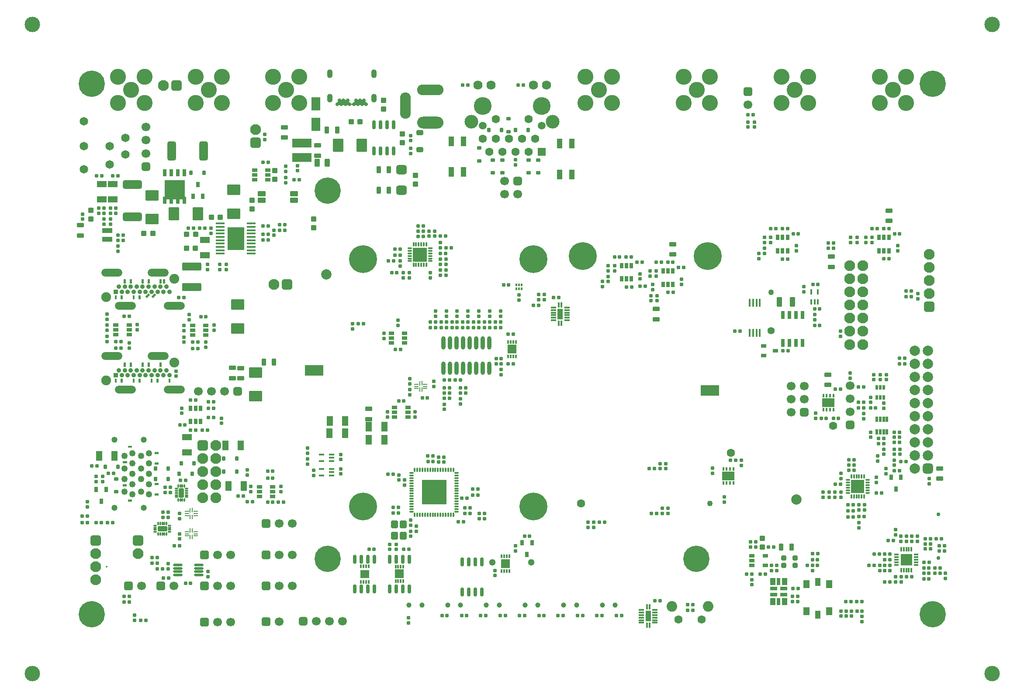
<source format=gbs>
G04*
G04 #@! TF.GenerationSoftware,Altium Limited,Altium Designer,19.1.6 (110)*
G04*
G04 Layer_Color=16711935*
%FSLAX44Y44*%
%MOMM*%
G71*
G01*
G75*
%ADD64C,1.6000*%
G04:AMPARAMS|DCode=108|XSize=0.7mm|YSize=0.7mm|CornerRadius=0.11mm|HoleSize=0mm|Usage=FLASHONLY|Rotation=0.000|XOffset=0mm|YOffset=0mm|HoleType=Round|Shape=RoundedRectangle|*
%AMROUNDEDRECTD108*
21,1,0.7000,0.4800,0,0,0.0*
21,1,0.4800,0.7000,0,0,0.0*
1,1,0.2200,0.2400,-0.2400*
1,1,0.2200,-0.2400,-0.2400*
1,1,0.2200,-0.2400,0.2400*
1,1,0.2200,0.2400,0.2400*
%
%ADD108ROUNDEDRECTD108*%
G04:AMPARAMS|DCode=109|XSize=0.6mm|YSize=0.7mm|CornerRadius=0.1mm|HoleSize=0mm|Usage=FLASHONLY|Rotation=270.000|XOffset=0mm|YOffset=0mm|HoleType=Round|Shape=RoundedRectangle|*
%AMROUNDEDRECTD109*
21,1,0.6000,0.5000,0,0,270.0*
21,1,0.4000,0.7000,0,0,270.0*
1,1,0.2000,-0.2500,-0.2000*
1,1,0.2000,-0.2500,0.2000*
1,1,0.2000,0.2500,0.2000*
1,1,0.2000,0.2500,-0.2000*
%
%ADD109ROUNDEDRECTD109*%
G04:AMPARAMS|DCode=113|XSize=0.7mm|YSize=0.7mm|CornerRadius=0.11mm|HoleSize=0mm|Usage=FLASHONLY|Rotation=270.000|XOffset=0mm|YOffset=0mm|HoleType=Round|Shape=RoundedRectangle|*
%AMROUNDEDRECTD113*
21,1,0.7000,0.4800,0,0,270.0*
21,1,0.4800,0.7000,0,0,270.0*
1,1,0.2200,-0.2400,-0.2400*
1,1,0.2200,-0.2400,0.2400*
1,1,0.2200,0.2400,0.2400*
1,1,0.2200,0.2400,-0.2400*
%
%ADD113ROUNDEDRECTD113*%
%ADD115R,0.4000X0.4100*%
G04:AMPARAMS|DCode=116|XSize=1.1mm|YSize=1mm|CornerRadius=0.1625mm|HoleSize=0mm|Usage=FLASHONLY|Rotation=180.000|XOffset=0mm|YOffset=0mm|HoleType=Round|Shape=RoundedRectangle|*
%AMROUNDEDRECTD116*
21,1,1.1000,0.6750,0,0,180.0*
21,1,0.7750,1.0000,0,0,180.0*
1,1,0.3250,-0.3875,0.3375*
1,1,0.3250,0.3875,0.3375*
1,1,0.3250,0.3875,-0.3375*
1,1,0.3250,-0.3875,-0.3375*
%
%ADD116ROUNDEDRECTD116*%
G04:AMPARAMS|DCode=124|XSize=0.6mm|YSize=0.7mm|CornerRadius=0.1mm|HoleSize=0mm|Usage=FLASHONLY|Rotation=0.000|XOffset=0mm|YOffset=0mm|HoleType=Round|Shape=RoundedRectangle|*
%AMROUNDEDRECTD124*
21,1,0.6000,0.5000,0,0,0.0*
21,1,0.4000,0.7000,0,0,0.0*
1,1,0.2000,0.2000,-0.2500*
1,1,0.2000,-0.2000,-0.2500*
1,1,0.2000,-0.2000,0.2500*
1,1,0.2000,0.2000,0.2500*
%
%ADD124ROUNDEDRECTD124*%
%ADD127C,3.0000*%
%ADD148C,1.7000*%
%ADD151R,3.8000X1.7000*%
G04:AMPARAMS|DCode=154|XSize=1.1mm|YSize=1mm|CornerRadius=0.1625mm|HoleSize=0mm|Usage=FLASHONLY|Rotation=270.000|XOffset=0mm|YOffset=0mm|HoleType=Round|Shape=RoundedRectangle|*
%AMROUNDEDRECTD154*
21,1,1.1000,0.6750,0,0,270.0*
21,1,0.7750,1.0000,0,0,270.0*
1,1,0.3250,-0.3375,-0.3875*
1,1,0.3250,-0.3375,0.3875*
1,1,0.3250,0.3375,0.3875*
1,1,0.3250,0.3375,-0.3875*
%
%ADD154ROUNDEDRECTD154*%
G04:AMPARAMS|DCode=155|XSize=1.9mm|YSize=1.25mm|CornerRadius=0.1938mm|HoleSize=0mm|Usage=FLASHONLY|Rotation=180.000|XOffset=0mm|YOffset=0mm|HoleType=Round|Shape=RoundedRectangle|*
%AMROUNDEDRECTD155*
21,1,1.9000,0.8625,0,0,180.0*
21,1,1.5125,1.2500,0,0,180.0*
1,1,0.3875,-0.7563,0.4313*
1,1,0.3875,0.7563,0.4313*
1,1,0.3875,0.7563,-0.4313*
1,1,0.3875,-0.7563,-0.4313*
%
%ADD155ROUNDEDRECTD155*%
%ADD158R,0.4100X0.4000*%
G04:AMPARAMS|DCode=182|XSize=2.6mm|YSize=2.1mm|CornerRadius=0.3mm|HoleSize=0mm|Usage=FLASHONLY|Rotation=90.000|XOffset=0mm|YOffset=0mm|HoleType=Round|Shape=RoundedRectangle|*
%AMROUNDEDRECTD182*
21,1,2.6000,1.5000,0,0,90.0*
21,1,2.0000,2.1000,0,0,90.0*
1,1,0.6000,0.7500,1.0000*
1,1,0.6000,0.7500,-1.0000*
1,1,0.6000,-0.7500,-1.0000*
1,1,0.6000,-0.7500,1.0000*
%
%ADD182ROUNDEDRECTD182*%
%ADD183C,2.0000*%
%ADD184R,3.6000X2.0000*%
G04:AMPARAMS|DCode=185|XSize=0.7mm|YSize=0.8mm|CornerRadius=0.125mm|HoleSize=0mm|Usage=FLASHONLY|Rotation=270.000|XOffset=0mm|YOffset=0mm|HoleType=Round|Shape=RoundedRectangle|*
%AMROUNDEDRECTD185*
21,1,0.7000,0.5500,0,0,270.0*
21,1,0.4500,0.8000,0,0,270.0*
1,1,0.2500,-0.2750,-0.2250*
1,1,0.2500,-0.2750,0.2250*
1,1,0.2500,0.2750,0.2250*
1,1,0.2500,0.2750,-0.2250*
%
%ADD185ROUNDEDRECTD185*%
G04:AMPARAMS|DCode=190|XSize=1.5mm|YSize=1.1mm|CornerRadius=0.175mm|HoleSize=0mm|Usage=FLASHONLY|Rotation=90.000|XOffset=0mm|YOffset=0mm|HoleType=Round|Shape=RoundedRectangle|*
%AMROUNDEDRECTD190*
21,1,1.5000,0.7500,0,0,90.0*
21,1,1.1500,1.1000,0,0,90.0*
1,1,0.3500,0.3750,0.5750*
1,1,0.3500,0.3750,-0.5750*
1,1,0.3500,-0.3750,-0.5750*
1,1,0.3500,-0.3750,0.5750*
%
%ADD190ROUNDEDRECTD190*%
G04:AMPARAMS|DCode=192|XSize=1.7mm|YSize=1.7mm|CornerRadius=0.45mm|HoleSize=0mm|Usage=FLASHONLY|Rotation=0.000|XOffset=0mm|YOffset=0mm|HoleType=Round|Shape=RoundedRectangle|*
%AMROUNDEDRECTD192*
21,1,1.7000,0.8000,0,0,0.0*
21,1,0.8000,1.7000,0,0,0.0*
1,1,0.9000,0.4000,-0.4000*
1,1,0.9000,-0.4000,-0.4000*
1,1,0.9000,-0.4000,0.4000*
1,1,0.9000,0.4000,0.4000*
%
%ADD192ROUNDEDRECTD192*%
%ADD193C,1.2500*%
%ADD194C,1.1886*%
%ADD195C,2.1000*%
%ADD196C,5.4000*%
%ADD197C,1.1000*%
G04:AMPARAMS|DCode=198|XSize=1.624mm|YSize=1.624mm|CornerRadius=0.2405mm|HoleSize=0mm|Usage=FLASHONLY|Rotation=90.000|XOffset=0mm|YOffset=0mm|HoleType=Round|Shape=RoundedRectangle|*
%AMROUNDEDRECTD198*
21,1,1.6240,1.1430,0,0,90.0*
21,1,1.1430,1.6240,0,0,90.0*
1,1,0.4810,0.5715,0.5715*
1,1,0.4810,0.5715,-0.5715*
1,1,0.4810,-0.5715,-0.5715*
1,1,0.4810,-0.5715,0.5715*
%
%ADD198ROUNDEDRECTD198*%
%ADD199C,1.4000*%
%ADD200C,1.7800*%
%ADD201C,1.6080*%
%ADD202C,1.5080*%
%ADD203R,1.6080X1.6080*%
%ADD204C,2.6500*%
%ADD205C,3.4500*%
%ADD206C,1.6500*%
%ADD207O,2.1000X5.1000*%
%ADD208O,5.1000X2.3000*%
%ADD209O,5.1000X2.1000*%
%ADD210C,0.7500*%
%ADD211C,1.3000*%
%ADD212C,5.1000*%
%ADD213O,1.1000X1.7000*%
%ADD214C,0.7300*%
%ADD215C,2.0500*%
G04:AMPARAMS|DCode=216|XSize=2.1mm|YSize=2.1mm|CornerRadius=0.55mm|HoleSize=0mm|Usage=FLASHONLY|Rotation=270.000|XOffset=0mm|YOffset=0mm|HoleType=Round|Shape=RoundedRectangle|*
%AMROUNDEDRECTD216*
21,1,2.1000,1.0000,0,0,270.0*
21,1,1.0000,2.1000,0,0,270.0*
1,1,1.1000,-0.5000,-0.5000*
1,1,1.1000,-0.5000,0.5000*
1,1,1.1000,0.5000,0.5000*
1,1,1.1000,0.5000,-0.5000*
%
%ADD216ROUNDEDRECTD216*%
G04:AMPARAMS|DCode=217|XSize=1.7mm|YSize=1.7mm|CornerRadius=0.45mm|HoleSize=0mm|Usage=FLASHONLY|Rotation=90.000|XOffset=0mm|YOffset=0mm|HoleType=Round|Shape=RoundedRectangle|*
%AMROUNDEDRECTD217*
21,1,1.7000,0.8000,0,0,90.0*
21,1,0.8000,1.7000,0,0,90.0*
1,1,0.9000,0.4000,0.4000*
1,1,0.9000,0.4000,-0.4000*
1,1,0.9000,-0.4000,-0.4000*
1,1,0.9000,-0.4000,0.4000*
%
%ADD217ROUNDEDRECTD217*%
%ADD218O,4.1000X1.5000*%
%ADD219C,0.9000*%
%ADD220R,0.9000X0.9000*%
%ADD221C,1.9000*%
%ADD222C,3.1000*%
%ADD223C,0.3500*%
G04:AMPARAMS|DCode=224|XSize=2mm|YSize=2mm|CornerRadius=0.525mm|HoleSize=0mm|Usage=FLASHONLY|Rotation=90.000|XOffset=0mm|YOffset=0mm|HoleType=Round|Shape=RoundedRectangle|*
%AMROUNDEDRECTD224*
21,1,2.0000,0.9500,0,0,90.0*
21,1,0.9500,2.0000,0,0,90.0*
1,1,1.0500,0.4750,0.4750*
1,1,1.0500,0.4750,-0.4750*
1,1,1.0500,-0.4750,-0.4750*
1,1,1.0500,-0.4750,0.4750*
%
%ADD224ROUNDEDRECTD224*%
%ADD225C,1.0000*%
G04:AMPARAMS|DCode=226|XSize=1.624mm|YSize=1.624mm|CornerRadius=0.2405mm|HoleSize=0mm|Usage=FLASHONLY|Rotation=0.000|XOffset=0mm|YOffset=0mm|HoleType=Round|Shape=RoundedRectangle|*
%AMROUNDEDRECTD226*
21,1,1.6240,1.1430,0,0,0.0*
21,1,1.1430,1.6240,0,0,0.0*
1,1,0.4810,0.5715,-0.5715*
1,1,0.4810,-0.5715,-0.5715*
1,1,0.4810,-0.5715,0.5715*
1,1,0.4810,0.5715,0.5715*
%
%ADD226ROUNDEDRECTD226*%
G04:AMPARAMS|DCode=227|XSize=2.1mm|YSize=2.1mm|CornerRadius=0.55mm|HoleSize=0mm|Usage=FLASHONLY|Rotation=180.000|XOffset=0mm|YOffset=0mm|HoleType=Round|Shape=RoundedRectangle|*
%AMROUNDEDRECTD227*
21,1,2.1000,1.0000,0,0,180.0*
21,1,1.0000,2.1000,0,0,180.0*
1,1,1.1000,-0.5000,0.5000*
1,1,1.1000,0.5000,0.5000*
1,1,1.1000,0.5000,-0.5000*
1,1,1.1000,-0.5000,-0.5000*
%
%ADD227ROUNDEDRECTD227*%
%ADD297R,1.7000X1.7000*%
%ADD350R,0.8300X0.2600*%
%ADD351R,0.2600X0.8700*%
%ADD352R,0.2600X0.9700*%
G04:AMPARAMS|DCode=353|XSize=0.67mm|YSize=0.27mm|CornerRadius=0.11mm|HoleSize=0mm|Usage=FLASHONLY|Rotation=90.000|XOffset=0mm|YOffset=0mm|HoleType=Round|Shape=RoundedRectangle|*
%AMROUNDEDRECTD353*
21,1,0.6700,0.0500,0,0,90.0*
21,1,0.4500,0.2700,0,0,90.0*
1,1,0.2200,0.0250,0.2250*
1,1,0.2200,0.0250,-0.2250*
1,1,0.2200,-0.0250,-0.2250*
1,1,0.2200,-0.0250,0.2250*
%
%ADD353ROUNDEDRECTD353*%
G04:AMPARAMS|DCode=354|XSize=0.67mm|YSize=0.27mm|CornerRadius=0.085mm|HoleSize=0mm|Usage=FLASHONLY|Rotation=180.000|XOffset=0mm|YOffset=0mm|HoleType=Round|Shape=RoundedRectangle|*
%AMROUNDEDRECTD354*
21,1,0.6700,0.1000,0,0,180.0*
21,1,0.5000,0.2700,0,0,180.0*
1,1,0.1700,-0.2500,0.0500*
1,1,0.1700,0.2500,0.0500*
1,1,0.1700,0.2500,-0.0500*
1,1,0.1700,-0.2500,-0.0500*
%
%ADD354ROUNDEDRECTD354*%
G04:AMPARAMS|DCode=355|XSize=0.67mm|YSize=0.27mm|CornerRadius=0.11mm|HoleSize=0mm|Usage=FLASHONLY|Rotation=180.000|XOffset=0mm|YOffset=0mm|HoleType=Round|Shape=RoundedRectangle|*
%AMROUNDEDRECTD355*
21,1,0.6700,0.0500,0,0,180.0*
21,1,0.4500,0.2700,0,0,180.0*
1,1,0.2200,-0.2250,0.0250*
1,1,0.2200,0.2250,0.0250*
1,1,0.2200,0.2250,-0.0250*
1,1,0.2200,-0.2250,-0.0250*
%
%ADD355ROUNDEDRECTD355*%
G04:AMPARAMS|DCode=356|XSize=0.27mm|YSize=0.67mm|CornerRadius=0.11mm|HoleSize=0mm|Usage=FLASHONLY|Rotation=180.000|XOffset=0mm|YOffset=0mm|HoleType=Round|Shape=RoundedRectangle|*
%AMROUNDEDRECTD356*
21,1,0.2700,0.4500,0,0,180.0*
21,1,0.0500,0.6700,0,0,180.0*
1,1,0.2200,-0.0250,0.2250*
1,1,0.2200,0.0250,0.2250*
1,1,0.2200,0.0250,-0.2250*
1,1,0.2200,-0.0250,-0.2250*
%
%ADD356ROUNDEDRECTD356*%
G04:AMPARAMS|DCode=357|XSize=1.07mm|YSize=1.87mm|CornerRadius=0.285mm|HoleSize=0mm|Usage=FLASHONLY|Rotation=180.000|XOffset=0mm|YOffset=0mm|HoleType=Round|Shape=RoundedRectangle|*
%AMROUNDEDRECTD357*
21,1,1.0700,1.3000,0,0,180.0*
21,1,0.5000,1.8700,0,0,180.0*
1,1,0.5700,-0.2500,0.6500*
1,1,0.5700,0.2500,0.6500*
1,1,0.5700,0.2500,-0.6500*
1,1,0.5700,-0.2500,-0.6500*
%
%ADD357ROUNDEDRECTD357*%
G04:AMPARAMS|DCode=358|XSize=0.27mm|YSize=0.67mm|CornerRadius=0.11mm|HoleSize=0mm|Usage=FLASHONLY|Rotation=90.000|XOffset=0mm|YOffset=0mm|HoleType=Round|Shape=RoundedRectangle|*
%AMROUNDEDRECTD358*
21,1,0.2700,0.4500,0,0,90.0*
21,1,0.0500,0.6700,0,0,90.0*
1,1,0.2200,0.2250,0.0250*
1,1,0.2200,0.2250,-0.0250*
1,1,0.2200,-0.2250,-0.0250*
1,1,0.2200,-0.2250,0.0250*
%
%ADD358ROUNDEDRECTD358*%
G04:AMPARAMS|DCode=359|XSize=1.07mm|YSize=1.87mm|CornerRadius=0.285mm|HoleSize=0mm|Usage=FLASHONLY|Rotation=90.000|XOffset=0mm|YOffset=0mm|HoleType=Round|Shape=RoundedRectangle|*
%AMROUNDEDRECTD359*
21,1,1.0700,1.3000,0,0,90.0*
21,1,0.5000,1.8700,0,0,90.0*
1,1,0.5700,0.6500,0.2500*
1,1,0.5700,0.6500,-0.2500*
1,1,0.5700,-0.6500,-0.2500*
1,1,0.5700,-0.6500,0.2500*
%
%ADD359ROUNDEDRECTD359*%
G04:AMPARAMS|DCode=360|XSize=0.67mm|YSize=0.27mm|CornerRadius=0.085mm|HoleSize=0mm|Usage=FLASHONLY|Rotation=90.000|XOffset=0mm|YOffset=0mm|HoleType=Round|Shape=RoundedRectangle|*
%AMROUNDEDRECTD360*
21,1,0.6700,0.1000,0,0,90.0*
21,1,0.5000,0.2700,0,0,90.0*
1,1,0.1700,0.0500,0.2500*
1,1,0.1700,0.0500,-0.2500*
1,1,0.1700,-0.0500,-0.2500*
1,1,0.1700,-0.0500,0.2500*
%
%ADD360ROUNDEDRECTD360*%
%ADD361R,0.8100X0.2800*%
%ADD362R,0.2800X0.8700*%
%ADD363R,0.2800X0.9700*%
%ADD364R,0.3500X0.6250*%
G04:AMPARAMS|DCode=365|XSize=0.41mm|YSize=0.4mm|CornerRadius=0mm|HoleSize=0mm|Usage=FLASHONLY|Rotation=225.000|XOffset=0mm|YOffset=0mm|HoleType=Round|Shape=Rectangle|*
%AMROTATEDRECTD365*
4,1,4,0.0035,0.2864,0.2864,0.0035,-0.0035,-0.2864,-0.2864,-0.0035,0.0035,0.2864,0.0*
%
%ADD365ROTATEDRECTD365*%

G04:AMPARAMS|DCode=366|XSize=0.7mm|YSize=0.8mm|CornerRadius=0.125mm|HoleSize=0mm|Usage=FLASHONLY|Rotation=0.000|XOffset=0mm|YOffset=0mm|HoleType=Round|Shape=RoundedRectangle|*
%AMROUNDEDRECTD366*
21,1,0.7000,0.5500,0,0,0.0*
21,1,0.4500,0.8000,0,0,0.0*
1,1,0.2500,0.2250,-0.2750*
1,1,0.2500,-0.2250,-0.2750*
1,1,0.2500,-0.2250,0.2750*
1,1,0.2500,0.2250,0.2750*
%
%ADD366ROUNDEDRECTD366*%
G04:AMPARAMS|DCode=367|XSize=1.8mm|YSize=0.55mm|CornerRadius=0.1625mm|HoleSize=0mm|Usage=FLASHONLY|Rotation=180.000|XOffset=0mm|YOffset=0mm|HoleType=Round|Shape=RoundedRectangle|*
%AMROUNDEDRECTD367*
21,1,1.8000,0.2250,0,0,180.0*
21,1,1.4750,0.5500,0,0,180.0*
1,1,0.3250,-0.7375,0.1125*
1,1,0.3250,0.7375,0.1125*
1,1,0.3250,0.7375,-0.1125*
1,1,0.3250,-0.7375,-0.1125*
%
%ADD367ROUNDEDRECTD367*%
G04:AMPARAMS|DCode=368|XSize=1.9mm|YSize=1.25mm|CornerRadius=0.1938mm|HoleSize=0mm|Usage=FLASHONLY|Rotation=270.000|XOffset=0mm|YOffset=0mm|HoleType=Round|Shape=RoundedRectangle|*
%AMROUNDEDRECTD368*
21,1,1.9000,0.8625,0,0,270.0*
21,1,1.5125,1.2500,0,0,270.0*
1,1,0.3875,-0.4313,-0.7563*
1,1,0.3875,-0.4313,0.7563*
1,1,0.3875,0.4313,0.7563*
1,1,0.3875,0.4313,-0.7563*
%
%ADD368ROUNDEDRECTD368*%
%ADD369R,0.4500X1.6000*%
G04:AMPARAMS|DCode=370|XSize=0.7mm|YSize=1.1mm|CornerRadius=0.125mm|HoleSize=0mm|Usage=FLASHONLY|Rotation=0.000|XOffset=0mm|YOffset=0mm|HoleType=Round|Shape=RoundedRectangle|*
%AMROUNDEDRECTD370*
21,1,0.7000,0.8500,0,0,0.0*
21,1,0.4500,1.1000,0,0,0.0*
1,1,0.2500,0.2250,-0.4250*
1,1,0.2500,-0.2250,-0.4250*
1,1,0.2500,-0.2250,0.4250*
1,1,0.2500,0.2250,0.4250*
%
%ADD370ROUNDEDRECTD370*%
G04:AMPARAMS|DCode=371|XSize=2.6mm|YSize=2.1mm|CornerRadius=0.3mm|HoleSize=0mm|Usage=FLASHONLY|Rotation=180.000|XOffset=0mm|YOffset=0mm|HoleType=Round|Shape=RoundedRectangle|*
%AMROUNDEDRECTD371*
21,1,2.6000,1.5000,0,0,180.0*
21,1,2.0000,2.1000,0,0,180.0*
1,1,0.6000,-1.0000,0.7500*
1,1,0.6000,1.0000,0.7500*
1,1,0.6000,1.0000,-0.7500*
1,1,0.6000,-1.0000,-0.7500*
%
%ADD371ROUNDEDRECTD371*%
G04:AMPARAMS|DCode=372|XSize=1.4mm|YSize=0.9mm|CornerRadius=0.15mm|HoleSize=0mm|Usage=FLASHONLY|Rotation=90.000|XOffset=0mm|YOffset=0mm|HoleType=Round|Shape=RoundedRectangle|*
%AMROUNDEDRECTD372*
21,1,1.4000,0.6000,0,0,90.0*
21,1,1.1000,0.9000,0,0,90.0*
1,1,0.3000,0.3000,0.5500*
1,1,0.3000,0.3000,-0.5500*
1,1,0.3000,-0.3000,-0.5500*
1,1,0.3000,-0.3000,0.5500*
%
%ADD372ROUNDEDRECTD372*%
G04:AMPARAMS|DCode=373|XSize=0.7mm|YSize=1.1mm|CornerRadius=0.125mm|HoleSize=0mm|Usage=FLASHONLY|Rotation=90.000|XOffset=0mm|YOffset=0mm|HoleType=Round|Shape=RoundedRectangle|*
%AMROUNDEDRECTD373*
21,1,0.7000,0.8500,0,0,90.0*
21,1,0.4500,1.1000,0,0,90.0*
1,1,0.2500,0.4250,0.2250*
1,1,0.2500,0.4250,-0.2250*
1,1,0.2500,-0.4250,-0.2250*
1,1,0.2500,-0.4250,0.2250*
%
%ADD373ROUNDEDRECTD373*%
G04:AMPARAMS|DCode=374|XSize=1.5mm|YSize=1.3mm|CornerRadius=0.2mm|HoleSize=0mm|Usage=FLASHONLY|Rotation=270.000|XOffset=0mm|YOffset=0mm|HoleType=Round|Shape=RoundedRectangle|*
%AMROUNDEDRECTD374*
21,1,1.5000,0.9000,0,0,270.0*
21,1,1.1000,1.3000,0,0,270.0*
1,1,0.4000,-0.4500,-0.5500*
1,1,0.4000,-0.4500,0.5500*
1,1,0.4000,0.4500,0.5500*
1,1,0.4000,0.4500,-0.5500*
%
%ADD374ROUNDEDRECTD374*%
%ADD375O,0.7000X1.8000*%
%ADD376R,1.8000X1.8000*%
%ADD377R,0.3900X0.7400*%
G04:AMPARAMS|DCode=378|XSize=0.4mm|YSize=0.8mm|CornerRadius=0.125mm|HoleSize=0mm|Usage=FLASHONLY|Rotation=270.000|XOffset=0mm|YOffset=0mm|HoleType=Round|Shape=RoundedRectangle|*
%AMROUNDEDRECTD378*
21,1,0.4000,0.5500,0,0,270.0*
21,1,0.1500,0.8000,0,0,270.0*
1,1,0.2500,-0.2750,-0.0750*
1,1,0.2500,-0.2750,0.0750*
1,1,0.2500,0.2750,0.0750*
1,1,0.2500,0.2750,-0.0750*
%
%ADD378ROUNDEDRECTD378*%
G04:AMPARAMS|DCode=379|XSize=0.4mm|YSize=0.8mm|CornerRadius=0.125mm|HoleSize=0mm|Usage=FLASHONLY|Rotation=0.000|XOffset=0mm|YOffset=0mm|HoleType=Round|Shape=RoundedRectangle|*
%AMROUNDEDRECTD379*
21,1,0.4000,0.5500,0,0,0.0*
21,1,0.1500,0.8000,0,0,0.0*
1,1,0.2500,0.0750,-0.2750*
1,1,0.2500,-0.0750,-0.2750*
1,1,0.2500,-0.0750,0.2750*
1,1,0.2500,0.0750,0.2750*
%
%ADD379ROUNDEDRECTD379*%
%ADD380R,4.8000X4.8000*%
%ADD381R,0.4000X0.8000*%
%ADD382R,1.7000X1.5000*%
G04:AMPARAMS|DCode=383|XSize=1.7mm|YSize=3.75mm|CornerRadius=0.45mm|HoleSize=0mm|Usage=FLASHONLY|Rotation=90.000|XOffset=0mm|YOffset=0mm|HoleType=Round|Shape=RoundedRectangle|*
%AMROUNDEDRECTD383*
21,1,1.7000,2.8500,0,0,90.0*
21,1,0.8000,3.7500,0,0,90.0*
1,1,0.9000,1.4250,0.4000*
1,1,0.9000,1.4250,-0.4000*
1,1,0.9000,-1.4250,-0.4000*
1,1,0.9000,-1.4250,0.4000*
%
%ADD383ROUNDEDRECTD383*%
G04:AMPARAMS|DCode=384|XSize=1.1mm|YSize=1.6mm|CornerRadius=0.3mm|HoleSize=0mm|Usage=FLASHONLY|Rotation=90.000|XOffset=0mm|YOffset=0mm|HoleType=Round|Shape=RoundedRectangle|*
%AMROUNDEDRECTD384*
21,1,1.1000,1.0000,0,0,90.0*
21,1,0.5000,1.6000,0,0,90.0*
1,1,0.6000,0.5000,0.2500*
1,1,0.6000,0.5000,-0.2500*
1,1,0.6000,-0.5000,-0.2500*
1,1,0.6000,-0.5000,0.2500*
%
%ADD384ROUNDEDRECTD384*%
G04:AMPARAMS|DCode=385|XSize=3.7mm|YSize=1.6mm|CornerRadius=0.2375mm|HoleSize=0mm|Usage=FLASHONLY|Rotation=0.000|XOffset=0mm|YOffset=0mm|HoleType=Round|Shape=RoundedRectangle|*
%AMROUNDEDRECTD385*
21,1,3.7000,1.1250,0,0,0.0*
21,1,3.2250,1.6000,0,0,0.0*
1,1,0.4750,1.6125,-0.5625*
1,1,0.4750,-1.6125,-0.5625*
1,1,0.4750,-1.6125,0.5625*
1,1,0.4750,1.6125,0.5625*
%
%ADD385ROUNDEDRECTD385*%
G04:AMPARAMS|DCode=386|XSize=0.55mm|YSize=0.8mm|CornerRadius=0.1063mm|HoleSize=0mm|Usage=FLASHONLY|Rotation=180.000|XOffset=0mm|YOffset=0mm|HoleType=Round|Shape=RoundedRectangle|*
%AMROUNDEDRECTD386*
21,1,0.5500,0.5875,0,0,180.0*
21,1,0.3375,0.8000,0,0,180.0*
1,1,0.2125,-0.1688,0.2938*
1,1,0.2125,0.1688,0.2938*
1,1,0.2125,0.1688,-0.2938*
1,1,0.2125,-0.1688,-0.2938*
%
%ADD386ROUNDEDRECTD386*%
%ADD387R,2.6000X2.6000*%
%ADD388O,0.3500X1.0000*%
%ADD389O,1.0000X0.3500*%
%ADD390R,0.5000X1.1000*%
%ADD391R,2.2000X2.2000*%
%ADD392R,0.9500X0.4000*%
%ADD393R,0.4000X0.9500*%
%ADD394R,0.5000X0.9500*%
%ADD395R,2.4500X1.7000*%
%ADD396R,0.4000X0.8000*%
G04:AMPARAMS|DCode=397|XSize=1.7mm|YSize=3.75mm|CornerRadius=0.45mm|HoleSize=0mm|Usage=FLASHONLY|Rotation=180.000|XOffset=0mm|YOffset=0mm|HoleType=Round|Shape=RoundedRectangle|*
%AMROUNDEDRECTD397*
21,1,1.7000,2.8500,0,0,180.0*
21,1,0.8000,3.7500,0,0,180.0*
1,1,0.9000,-0.4000,1.4250*
1,1,0.9000,0.4000,1.4250*
1,1,0.9000,0.4000,-1.4250*
1,1,0.9000,-0.4000,-1.4250*
%
%ADD397ROUNDEDRECTD397*%
%ADD398R,1.8000X2.6000*%
G04:AMPARAMS|DCode=399|XSize=1.8mm|YSize=2.1mm|CornerRadius=0.475mm|HoleSize=0mm|Usage=FLASHONLY|Rotation=90.000|XOffset=0mm|YOffset=0mm|HoleType=Round|Shape=RoundedRectangle|*
%AMROUNDEDRECTD399*
21,1,1.8000,1.1500,0,0,90.0*
21,1,0.8500,2.1000,0,0,90.0*
1,1,0.9500,0.5750,0.4250*
1,1,0.9500,0.5750,-0.4250*
1,1,0.9500,-0.5750,-0.4250*
1,1,0.9500,-0.5750,0.4250*
%
%ADD399ROUNDEDRECTD399*%
%ADD400R,1.3000X1.6000*%
%ADD401R,1.0000X1.5000*%
%ADD402R,0.8000X1.4500*%
%ADD403R,1.4500X0.8000*%
%ADD404R,1.1000X1.4500*%
G04:AMPARAMS|DCode=405|XSize=1mm|YSize=1mm|CornerRadius=0.1625mm|HoleSize=0mm|Usage=FLASHONLY|Rotation=0.000|XOffset=0mm|YOffset=0mm|HoleType=Round|Shape=RoundedRectangle|*
%AMROUNDEDRECTD405*
21,1,1.0000,0.6750,0,0,0.0*
21,1,0.6750,1.0000,0,0,0.0*
1,1,0.3250,0.3375,-0.3375*
1,1,0.3250,-0.3375,-0.3375*
1,1,0.3250,-0.3375,0.3375*
1,1,0.3250,0.3375,0.3375*
%
%ADD405ROUNDEDRECTD405*%
%ADD406R,0.3500X0.7250*%
%ADD407R,1.0000X1.9400*%
G04:AMPARAMS|DCode=408|XSize=1.32mm|YSize=1.01mm|CornerRadius=0.1638mm|HoleSize=0mm|Usage=FLASHONLY|Rotation=180.000|XOffset=0mm|YOffset=0mm|HoleType=Round|Shape=RoundedRectangle|*
%AMROUNDEDRECTD408*
21,1,1.3200,0.6825,0,0,180.0*
21,1,0.9925,1.0100,0,0,180.0*
1,1,0.3275,-0.4963,0.3413*
1,1,0.3275,0.4963,0.3413*
1,1,0.3275,0.4963,-0.3413*
1,1,0.3275,-0.4963,-0.3413*
%
%ADD408ROUNDEDRECTD408*%
%ADD409R,0.3500X1.0000*%
%ADD410R,1.0000X0.3500*%
%ADD411R,1.0000X2.0000*%
%ADD412O,0.8000X2.6000*%
%ADD413R,3.2000X4.4000*%
%ADD414R,1.7000X0.4600*%
%ADD415R,0.7500X1.6250*%
%ADD416R,0.4600X1.1000*%
%ADD417R,0.3550X0.6000*%
%ADD418R,0.7100X1.3700*%
%ADD419R,0.7100X0.8700*%
%ADD420R,4.0100X3.8500*%
G04:AMPARAMS|DCode=421|XSize=1.1mm|YSize=1.9mm|CornerRadius=0.3mm|HoleSize=0mm|Usage=FLASHONLY|Rotation=180.000|XOffset=0mm|YOffset=0mm|HoleType=Round|Shape=RoundedRectangle|*
%AMROUNDEDRECTD421*
21,1,1.1000,1.3000,0,0,180.0*
21,1,0.5000,1.9000,0,0,180.0*
1,1,0.6000,-0.2500,0.6500*
1,1,0.6000,0.2500,0.6500*
1,1,0.6000,0.2500,-0.6500*
1,1,0.6000,-0.2500,-0.6500*
%
%ADD421ROUNDEDRECTD421*%
G04:AMPARAMS|DCode=422|XSize=0.3393mm|YSize=0.8811mm|CornerRadius=0.1098mm|HoleSize=0mm|Usage=FLASHONLY|Rotation=180.000|XOffset=0mm|YOffset=0mm|HoleType=Round|Shape=RoundedRectangle|*
%AMROUNDEDRECTD422*
21,1,0.3393,0.6614,0,0,180.0*
21,1,0.1196,0.8811,0,0,180.0*
1,1,0.2196,-0.0598,0.3307*
1,1,0.2196,0.0598,0.3307*
1,1,0.2196,0.0598,-0.3307*
1,1,0.2196,-0.0598,-0.3307*
%
%ADD422ROUNDEDRECTD422*%
G04:AMPARAMS|DCode=423|XSize=0.8811mm|YSize=0.3393mm|CornerRadius=0.1098mm|HoleSize=0mm|Usage=FLASHONLY|Rotation=180.000|XOffset=0mm|YOffset=0mm|HoleType=Round|Shape=RoundedRectangle|*
%AMROUNDEDRECTD423*
21,1,0.8811,0.1196,0,0,180.0*
21,1,0.6614,0.3393,0,0,180.0*
1,1,0.2196,-0.3307,0.0598*
1,1,0.2196,0.3307,0.0598*
1,1,0.2196,0.3307,-0.0598*
1,1,0.2196,-0.3307,-0.0598*
%
%ADD423ROUNDEDRECTD423*%
%ADD424R,0.8811X0.3393*%
%ADD425R,2.8000X2.8000*%
G04:AMPARAMS|DCode=426|XSize=1.4mm|YSize=0.9mm|CornerRadius=0.15mm|HoleSize=0mm|Usage=FLASHONLY|Rotation=180.000|XOffset=0mm|YOffset=0mm|HoleType=Round|Shape=RoundedRectangle|*
%AMROUNDEDRECTD426*
21,1,1.4000,0.6000,0,0,180.0*
21,1,1.1000,0.9000,0,0,180.0*
1,1,0.3000,-0.5500,0.3000*
1,1,0.3000,0.5500,0.3000*
1,1,0.3000,0.5500,-0.3000*
1,1,0.3000,-0.5500,-0.3000*
%
%ADD426ROUNDEDRECTD426*%
%ADD427R,1.1000X0.4600*%
G36*
X568000Y1028250D02*
Y1026200D01*
X565550Y1023750D01*
X544950D01*
X543250Y1025450D01*
Y1024250D01*
X535250D01*
Y1025450D01*
X533550Y1023750D01*
X512950D01*
X510500Y1026200D01*
Y1028250D01*
X516000Y1033750D01*
X530500D01*
X536000Y1028250D01*
Y1026250D01*
X542500D01*
Y1028250D01*
X548000Y1033750D01*
X562500D01*
X568000Y1028250D01*
D02*
G37*
G36*
X75250Y775250D02*
X55750D01*
X55750Y784250D01*
X75250D01*
X75250Y775250D01*
D02*
G37*
G36*
X75250Y758250D02*
X55750D01*
Y767250D01*
X75250D01*
Y758250D01*
D02*
G37*
G36*
X177250Y677500D02*
X173250D01*
Y685500D01*
X177250D01*
Y677500D01*
D02*
G37*
G36*
X170701Y677468D02*
X166701D01*
Y685468D01*
X170701D01*
Y677468D01*
D02*
G37*
G36*
X147581D02*
X143581D01*
Y685468D01*
X147581D01*
Y677468D01*
D02*
G37*
G36*
X136021D02*
X132021D01*
Y685468D01*
X136021D01*
Y677468D01*
D02*
G37*
G36*
X112901D02*
X108901D01*
Y685468D01*
X112901D01*
Y677468D01*
D02*
G37*
G36*
X101341D02*
X97341D01*
Y685468D01*
X101341D01*
Y677468D01*
D02*
G37*
G36*
X159750Y654984D02*
X154093Y649327D01*
X151265Y652155D01*
X156922Y657812D01*
X159750Y654984D01*
D02*
G37*
G36*
X148190D02*
X142533Y649327D01*
X139705Y652155D01*
X145362Y657812D01*
X148190Y654984D01*
D02*
G37*
G36*
X130241Y646498D02*
X126241D01*
Y654499D01*
X130241D01*
Y646498D01*
D02*
G37*
G36*
X118681D02*
X114681D01*
Y654499D01*
X118681D01*
Y646498D01*
D02*
G37*
G36*
X95561Y646498D02*
X91561D01*
Y654499D01*
X95561D01*
Y646498D01*
D02*
G37*
G36*
X84001D02*
X80001D01*
Y654499D01*
X84001D01*
Y646498D01*
D02*
G37*
G36*
X170701Y515468D02*
X166701D01*
Y523468D01*
X170701D01*
Y515468D01*
D02*
G37*
G36*
X147581D02*
X143581D01*
Y523468D01*
X147581D01*
Y515468D01*
D02*
G37*
G36*
X136021D02*
X132021D01*
Y523468D01*
X136021D01*
Y515468D01*
D02*
G37*
G36*
X112901D02*
X108901D01*
Y523468D01*
X112901D01*
Y515468D01*
D02*
G37*
G36*
X101341D02*
X97341D01*
Y523468D01*
X101341D01*
Y515468D01*
D02*
G37*
G36*
X188041Y484499D02*
X184041D01*
Y492499D01*
X188041D01*
Y484499D01*
D02*
G37*
G36*
X164921D02*
X160921D01*
Y492499D01*
X164921D01*
Y484499D01*
D02*
G37*
G36*
X153361D02*
X149361D01*
Y492499D01*
X153361D01*
Y484499D01*
D02*
G37*
G36*
X130241D02*
X126241D01*
Y492499D01*
X130241D01*
Y484499D01*
D02*
G37*
G36*
X118681D02*
X114681D01*
Y492499D01*
X118681D01*
Y484499D01*
D02*
G37*
G36*
X95561D02*
X91561D01*
Y492499D01*
X95561D01*
Y484499D01*
D02*
G37*
G36*
X84001D02*
X80001D01*
Y492499D01*
X84001D01*
Y484499D01*
D02*
G37*
G36*
X113350Y358350D02*
X105350D01*
Y362350D01*
X113350D01*
Y358350D01*
D02*
G37*
G36*
X165000Y346000D02*
X157000D01*
Y350000D01*
X165000D01*
Y346000D01*
D02*
G37*
G36*
X103550Y328500D02*
X95550D01*
Y332500D01*
X103550D01*
Y328500D01*
D02*
G37*
G36*
X165000Y326000D02*
X157000D01*
Y330000D01*
X165000D01*
Y326000D01*
D02*
G37*
G36*
Y286000D02*
X157000D01*
Y290000D01*
X165000D01*
Y286000D01*
D02*
G37*
G36*
X103500Y283500D02*
X95500D01*
Y287500D01*
X103500D01*
Y283500D01*
D02*
G37*
G36*
X165000Y266000D02*
X157000D01*
Y270000D01*
X165000D01*
Y266000D01*
D02*
G37*
G36*
X113350Y253700D02*
X105350D01*
Y257700D01*
X113350D01*
Y253700D01*
D02*
G37*
D64*
X1472250Y400750D02*
D03*
X1274000Y348750D02*
D03*
X983250Y250000D02*
D03*
X1172500Y25300D02*
D03*
X1217500D02*
D03*
D108*
X118750Y23750D02*
D03*
Y33750D02*
D03*
X652000Y492500D02*
D03*
Y482500D02*
D03*
X698628Y487500D02*
D03*
Y477500D02*
D03*
X183500Y123750D02*
D03*
Y133750D02*
D03*
X1415750Y670750D02*
D03*
Y660750D02*
D03*
X630750Y295750D02*
D03*
Y305750D02*
D03*
X653250Y954500D02*
D03*
Y964500D02*
D03*
X1506250Y767000D02*
D03*
Y757000D02*
D03*
X1518500D02*
D03*
Y767000D02*
D03*
X1294250Y324000D02*
D03*
Y334000D02*
D03*
X700161Y778951D02*
D03*
Y768951D02*
D03*
X901750Y655750D02*
D03*
Y645750D02*
D03*
X912750Y655750D02*
D03*
Y645750D02*
D03*
X1122500Y665500D02*
D03*
Y675500D02*
D03*
X1025500Y671000D02*
D03*
Y681000D02*
D03*
X1036500Y681000D02*
D03*
Y691000D02*
D03*
X1328250Y725750D02*
D03*
Y735750D02*
D03*
X1339250Y735750D02*
D03*
Y745750D02*
D03*
X1591000Y324500D02*
D03*
Y334500D02*
D03*
X749760Y443600D02*
D03*
Y453600D02*
D03*
X465750Y314500D02*
D03*
Y304500D02*
D03*
X454000Y336750D02*
D03*
Y326750D02*
D03*
Y347750D02*
D03*
Y357750D02*
D03*
X44250Y293000D02*
D03*
Y303000D02*
D03*
X56500Y293000D02*
D03*
Y303000D02*
D03*
X343870Y283370D02*
D03*
Y273370D02*
D03*
X664250Y196500D02*
D03*
Y206500D02*
D03*
X856849Y167897D02*
D03*
X856849Y157897D02*
D03*
X625400Y161150D02*
D03*
Y171150D02*
D03*
X612700Y161150D02*
D03*
Y171150D02*
D03*
X1307500Y980750D02*
D03*
Y990750D02*
D03*
X1319750Y980750D02*
D03*
Y990750D02*
D03*
X701510Y623350D02*
D03*
Y613350D02*
D03*
X722510Y623350D02*
D03*
Y613350D02*
D03*
X743510Y623350D02*
D03*
Y613350D02*
D03*
X829000Y500000D02*
D03*
Y510000D02*
D03*
X1008000Y214000D02*
D03*
Y204000D02*
D03*
X997000D02*
D03*
Y214000D02*
D03*
X1575737Y500494D02*
D03*
Y490494D02*
D03*
X1563487Y500494D02*
D03*
Y490494D02*
D03*
X541000Y599000D02*
D03*
Y589000D02*
D03*
X1136750Y317750D02*
D03*
Y327750D02*
D03*
X1147750Y317750D02*
D03*
Y327750D02*
D03*
X1140750Y230750D02*
D03*
Y240750D02*
D03*
X1151750Y230750D02*
D03*
Y240750D02*
D03*
X649101Y28525D02*
D03*
Y18525D02*
D03*
X26750Y243750D02*
D03*
Y253750D02*
D03*
X1486500Y584500D02*
D03*
Y574500D02*
D03*
X1551237Y500494D02*
D03*
Y490494D02*
D03*
X108000Y552000D02*
D03*
Y562000D02*
D03*
X65100Y574230D02*
D03*
Y564230D02*
D03*
X65100Y596730D02*
D03*
Y586730D02*
D03*
X86500Y749520D02*
D03*
Y739520D02*
D03*
X1438000Y425500D02*
D03*
Y415500D02*
D03*
X266750Y784250D02*
D03*
Y774250D02*
D03*
X260000Y704500D02*
D03*
Y714500D02*
D03*
X295750Y704500D02*
D03*
Y714500D02*
D03*
X283464Y704536D02*
D03*
Y714536D02*
D03*
X388250Y780750D02*
D03*
Y770750D02*
D03*
X411545Y882475D02*
D03*
Y872475D02*
D03*
X411500Y894750D02*
D03*
Y904750D02*
D03*
X213850Y595730D02*
D03*
Y585730D02*
D03*
X256750Y553380D02*
D03*
Y563380D02*
D03*
X213850Y573230D02*
D03*
Y563230D02*
D03*
X653250Y939500D02*
D03*
Y929500D02*
D03*
X721661Y693451D02*
D03*
Y703451D02*
D03*
X710661Y724701D02*
D03*
Y714701D02*
D03*
X721661Y724701D02*
D03*
Y714701D02*
D03*
X711161Y746701D02*
D03*
Y756701D02*
D03*
X710661Y693451D02*
D03*
Y703451D02*
D03*
X651161Y697951D02*
D03*
Y687951D02*
D03*
X632911Y710701D02*
D03*
Y720701D02*
D03*
X691161Y687951D02*
D03*
Y697951D02*
D03*
X638911Y687951D02*
D03*
Y697951D02*
D03*
X286830Y405800D02*
D03*
Y415800D02*
D03*
X1601987Y345744D02*
D03*
Y355744D02*
D03*
X1531397Y414894D02*
D03*
X1531397Y424894D02*
D03*
X1590987Y355744D02*
D03*
X1590987Y345744D02*
D03*
X1558487Y342394D02*
D03*
Y332394D02*
D03*
X1569994Y345750D02*
D03*
Y355750D02*
D03*
X1544647Y456494D02*
D03*
Y446494D02*
D03*
X72000Y802250D02*
D03*
Y792250D02*
D03*
X59000Y802250D02*
D03*
Y792250D02*
D03*
X718760Y442850D02*
D03*
Y432850D02*
D03*
X764510Y613350D02*
D03*
Y623350D02*
D03*
X785510Y613350D02*
D03*
Y623350D02*
D03*
X806510Y613350D02*
D03*
Y623350D02*
D03*
X827510Y613350D02*
D03*
Y623350D02*
D03*
X1593000Y97750D02*
D03*
Y107750D02*
D03*
X1689990Y104500D02*
D03*
Y114500D02*
D03*
X1636000Y186500D02*
D03*
Y176500D02*
D03*
X1593000Y189500D02*
D03*
Y199500D02*
D03*
X1614000Y176500D02*
D03*
Y186500D02*
D03*
X1625000Y176500D02*
D03*
Y186500D02*
D03*
X1452750Y272250D02*
D03*
Y262250D02*
D03*
X1487400Y41650D02*
D03*
Y31650D02*
D03*
X1432000Y119750D02*
D03*
Y129750D02*
D03*
X1528400Y20650D02*
D03*
Y30650D02*
D03*
X1535630Y757000D02*
D03*
Y767000D02*
D03*
X1547880D02*
D03*
Y757000D02*
D03*
X1339250Y756725D02*
D03*
X1339250Y766725D02*
D03*
X1351500D02*
D03*
Y756725D02*
D03*
X1117150Y691600D02*
D03*
X1117150Y701600D02*
D03*
X1129400D02*
D03*
Y691600D02*
D03*
X1036380Y702000D02*
D03*
Y712000D02*
D03*
X1048630D02*
D03*
Y702000D02*
D03*
D109*
X1590981Y368644D02*
D03*
X1600981D02*
D03*
Y378644D02*
D03*
X1590981D02*
D03*
X217500Y295000D02*
D03*
X207500D02*
D03*
X177500Y281750D02*
D03*
X187500D02*
D03*
X177500Y271750D02*
D03*
X187500D02*
D03*
X152500Y145250D02*
D03*
X162500D02*
D03*
X205500Y168250D02*
D03*
X195500D02*
D03*
X755750Y214750D02*
D03*
X745750D02*
D03*
X762500Y260500D02*
D03*
X752500D02*
D03*
X687000Y331750D02*
D03*
X697000D02*
D03*
X696750Y342500D02*
D03*
X686750D02*
D03*
X213750Y650250D02*
D03*
X203750D02*
D03*
X1600981Y388644D02*
D03*
X1590981D02*
D03*
X386250Y299850D02*
D03*
X376250D02*
D03*
X582750Y161750D02*
D03*
X572750D02*
D03*
X650250D02*
D03*
X640250D02*
D03*
X733510Y591850D02*
D03*
X743510D02*
D03*
X667661Y788451D02*
D03*
X677661D02*
D03*
Y778451D02*
D03*
X667661D02*
D03*
Y768451D02*
D03*
X677661D02*
D03*
X1510750Y235750D02*
D03*
X1500750D02*
D03*
X1510750Y224500D02*
D03*
X1500750D02*
D03*
X722510Y591850D02*
D03*
X712510D02*
D03*
X829000Y531500D02*
D03*
X819000D02*
D03*
X701510Y591850D02*
D03*
X691510D02*
D03*
X940500Y650000D02*
D03*
X930500D02*
D03*
X562000Y599000D02*
D03*
X552000D02*
D03*
X1200250Y43050D02*
D03*
X1190250D02*
D03*
X1126750Y61250D02*
D03*
X1136750D02*
D03*
X1651000Y162000D02*
D03*
X1661000D02*
D03*
X1512500Y324500D02*
D03*
X1502500D02*
D03*
X1512500Y314500D02*
D03*
X1502500D02*
D03*
X1472750Y415500D02*
D03*
X1482750D02*
D03*
X1442854Y675500D02*
D03*
X1432854D02*
D03*
X98000Y613730D02*
D03*
X108000D02*
D03*
X852500Y521490D02*
D03*
X842500D02*
D03*
X1384700Y546880D02*
D03*
X1374700D02*
D03*
X1476500Y472250D02*
D03*
X1486500D02*
D03*
X222250Y785000D02*
D03*
X232250D02*
D03*
X256750Y612730D02*
D03*
X246750D02*
D03*
X632911Y743701D02*
D03*
X622911D02*
D03*
X632911Y732451D02*
D03*
X622911D02*
D03*
X226580Y451150D02*
D03*
X236580D02*
D03*
X216100Y402650D02*
D03*
X206100D02*
D03*
X1531397Y435494D02*
D03*
X1521397D02*
D03*
X1569987Y366244D02*
D03*
X1559987D02*
D03*
X1559994Y376297D02*
D03*
X1569994D02*
D03*
X82000Y823750D02*
D03*
X72000D02*
D03*
X59000D02*
D03*
X49000D02*
D03*
X86525Y761245D02*
D03*
X96525D02*
D03*
X96500Y771250D02*
D03*
X86500D02*
D03*
X749760Y464350D02*
D03*
X759760Y464350D02*
D03*
X754510Y591850D02*
D03*
X764510D02*
D03*
X775510Y591850D02*
D03*
X785510D02*
D03*
X796510Y591850D02*
D03*
X806510D02*
D03*
X817510Y591850D02*
D03*
X827510D02*
D03*
X759760Y474350D02*
D03*
X749760D02*
D03*
X718760Y454600D02*
D03*
X728760D02*
D03*
X718760Y464600D02*
D03*
X728760D02*
D03*
X718760Y474600D02*
D03*
X728760D02*
D03*
X1661000Y182000D02*
D03*
X1651000D02*
D03*
X1572000Y97750D02*
D03*
X1582000D02*
D03*
X1651000Y172000D02*
D03*
X1661000D02*
D03*
X1678250Y158000D02*
D03*
X1688250D02*
D03*
Y168000D02*
D03*
X1678250D02*
D03*
X1572000Y141000D02*
D03*
X1582000D02*
D03*
X1552000Y152000D02*
D03*
X1562000D02*
D03*
X1679490Y114500D02*
D03*
X1669490D02*
D03*
X1624500Y108250D02*
D03*
X1614500D02*
D03*
X1556000Y271000D02*
D03*
X1566000D02*
D03*
X1394250Y85250D02*
D03*
X1404250D02*
D03*
X1314750Y113000D02*
D03*
X1304750D02*
D03*
X1570230Y725150D02*
D03*
X1580230Y725150D02*
D03*
X1601230Y773650D02*
D03*
X1591230D02*
D03*
X1374370Y724875D02*
D03*
X1384370D02*
D03*
X1404850Y773375D02*
D03*
X1394850D02*
D03*
X1152270Y659750D02*
D03*
X1162270D02*
D03*
X1182750Y708250D02*
D03*
X1172750Y708250D02*
D03*
X1071500Y670150D02*
D03*
X1081500D02*
D03*
X1101980Y718650D02*
D03*
X1091980D02*
D03*
X53750Y213250D02*
D03*
X43750D02*
D03*
D113*
X130122Y23736D02*
D03*
X140122D02*
D03*
X676000Y455500D02*
D03*
X686000D02*
D03*
X833500Y674500D02*
D03*
X843500D02*
D03*
X1292000Y585000D02*
D03*
X1282000D02*
D03*
X152500Y134750D02*
D03*
X162500D02*
D03*
Y123750D02*
D03*
X172500D02*
D03*
X174500Y106000D02*
D03*
X184500D02*
D03*
X217000Y95000D02*
D03*
X227000D02*
D03*
X609750Y307250D02*
D03*
X619750D02*
D03*
X786500Y231000D02*
D03*
X796500D02*
D03*
X786500Y220500D02*
D03*
X796500D02*
D03*
X98250Y69750D02*
D03*
X108250D02*
D03*
X1531397Y476750D02*
D03*
X1521397D02*
D03*
X376250Y253285D02*
D03*
X386250D02*
D03*
X386250Y312750D02*
D03*
X376250D02*
D03*
X1273250Y334000D02*
D03*
X1283250D02*
D03*
X718760Y490100D02*
D03*
X728760D02*
D03*
X711161Y768951D02*
D03*
X721161D02*
D03*
X901750Y634750D02*
D03*
X891750D02*
D03*
X77500Y308750D02*
D03*
X67500D02*
D03*
X1108250Y672000D02*
D03*
X1098250D02*
D03*
X1591000Y313500D02*
D03*
X1601000D02*
D03*
X1613750Y331250D02*
D03*
X1603750D02*
D03*
X329250Y264750D02*
D03*
X319250D02*
D03*
X337000Y253750D02*
D03*
X347000D02*
D03*
X406665Y253285D02*
D03*
X396665D02*
D03*
X758750Y241750D02*
D03*
X768750D02*
D03*
X629750Y231500D02*
D03*
X619750D02*
D03*
X629750Y242500D02*
D03*
X619750D02*
D03*
X783500Y266250D02*
D03*
X773500D02*
D03*
X768750Y230750D02*
D03*
X758750D02*
D03*
X783500Y278250D02*
D03*
X773500D02*
D03*
X98250Y58750D02*
D03*
X108250D02*
D03*
X1317500Y1004500D02*
D03*
X1307500D02*
D03*
X1510750Y247500D02*
D03*
X1500750D02*
D03*
X1613321Y662821D02*
D03*
X1623321D02*
D03*
X1613321Y651821D02*
D03*
X1623321D02*
D03*
X1432250Y153000D02*
D03*
X1442250D02*
D03*
X691510Y602350D02*
D03*
X701510D02*
D03*
X712510Y602350D02*
D03*
X722510D02*
D03*
X733510D02*
D03*
X743510D02*
D03*
X829000Y521000D02*
D03*
X819000D02*
D03*
X884099Y186897D02*
D03*
X874099D02*
D03*
X1125750Y317750D02*
D03*
X1115750D02*
D03*
X1129750Y231000D02*
D03*
X1119750D02*
D03*
X1019000Y214000D02*
D03*
X1029000D02*
D03*
X1190250Y53550D02*
D03*
X1200250D02*
D03*
X26750Y213250D02*
D03*
X16750D02*
D03*
X26750Y225780D02*
D03*
X16750D02*
D03*
X754000Y1062250D02*
D03*
X764000D02*
D03*
X861500D02*
D03*
X871500D02*
D03*
X1601000Y532500D02*
D03*
X1611000D02*
D03*
X1601000Y521500D02*
D03*
X1611000D02*
D03*
X1512500Y335000D02*
D03*
X1502500D02*
D03*
X630250Y449720D02*
D03*
X640250D02*
D03*
X634000Y549530D02*
D03*
X624000D02*
D03*
X1436250Y596000D02*
D03*
X1446250D02*
D03*
X1436250Y628000D02*
D03*
X1446250D02*
D03*
X92000Y552130D02*
D03*
X82000D02*
D03*
X82000Y564380D02*
D03*
X92000D02*
D03*
X842500Y578510D02*
D03*
X852500D02*
D03*
X1459000Y415500D02*
D03*
X1449000D02*
D03*
X377125Y912625D02*
D03*
X367125D02*
D03*
X254500Y785000D02*
D03*
X244500D02*
D03*
X377250Y788500D02*
D03*
X367250D02*
D03*
X377250Y773000D02*
D03*
X367250D02*
D03*
X399250Y791750D02*
D03*
X409250D02*
D03*
X399250Y780750D02*
D03*
X409250D02*
D03*
X437500Y878500D02*
D03*
X427500D02*
D03*
X367250Y762000D02*
D03*
X377250D02*
D03*
X240750Y551130D02*
D03*
X230750D02*
D03*
X230750Y563380D02*
D03*
X240750D02*
D03*
X610661Y720701D02*
D03*
X620661D02*
D03*
X616661Y697951D02*
D03*
X626661D02*
D03*
X722161Y746701D02*
D03*
X732161D02*
D03*
X711361Y735750D02*
D03*
X721361D02*
D03*
X237100Y392400D02*
D03*
X227100D02*
D03*
X259600Y392400D02*
D03*
X249600D02*
D03*
X261580Y435300D02*
D03*
X271580D02*
D03*
X261580Y447550D02*
D03*
X271580D02*
D03*
X261580Y416800D02*
D03*
X271580D02*
D03*
X1531397Y446594D02*
D03*
X1521397D02*
D03*
X1554647Y435494D02*
D03*
X1544647D02*
D03*
X72000Y813250D02*
D03*
X82000D02*
D03*
X86250Y886000D02*
D03*
X76250Y886000D02*
D03*
X49000Y813250D02*
D03*
X59000D02*
D03*
X54750Y886250D02*
D03*
X44750D02*
D03*
X749735Y490105D02*
D03*
X739735D02*
D03*
X764510Y602350D02*
D03*
X754510D02*
D03*
X785510Y602350D02*
D03*
X775510D02*
D03*
X806510Y602350D02*
D03*
X796510D02*
D03*
X817510Y602350D02*
D03*
X827510D02*
D03*
X1552000Y130000D02*
D03*
X1542000D02*
D03*
X1672250Y182000D02*
D03*
X1682250D02*
D03*
X1578640Y178400D02*
D03*
X1588640D02*
D03*
X1679490Y125000D02*
D03*
X1669490D02*
D03*
X1572000Y152000D02*
D03*
X1582000D02*
D03*
X1658490Y136000D02*
D03*
X1648490D02*
D03*
X1647990Y104000D02*
D03*
X1657990D02*
D03*
X1522500Y225250D02*
D03*
X1532500D02*
D03*
X1486500Y287500D02*
D03*
X1476500D02*
D03*
X1432000Y140750D02*
D03*
X1442000D02*
D03*
X1432000Y129750D02*
D03*
X1442000D02*
D03*
X1528400Y41650D02*
D03*
X1518400D02*
D03*
X1518250Y60000D02*
D03*
X1528250D02*
D03*
X1497000Y60000D02*
D03*
X1507000D02*
D03*
X1432000Y129750D02*
D03*
X1422000D02*
D03*
X1330750Y113000D02*
D03*
X1340750D02*
D03*
X1347250Y165750D02*
D03*
X1357250D02*
D03*
X1580250Y783880D02*
D03*
X1570250D02*
D03*
X1557730Y783900D02*
D03*
X1547730D02*
D03*
X1383850Y783625D02*
D03*
X1373850D02*
D03*
X1361350Y783625D02*
D03*
X1351350Y783625D02*
D03*
X1161750Y718500D02*
D03*
X1151750D02*
D03*
X1139250D02*
D03*
X1129250Y718500D02*
D03*
X1080980Y728900D02*
D03*
X1070980D02*
D03*
X1058480D02*
D03*
X1048480D02*
D03*
X912101Y32525D02*
D03*
X902101D02*
D03*
X864101Y32525D02*
D03*
X874101D02*
D03*
X837101Y32525D02*
D03*
X827101D02*
D03*
X789101Y32525D02*
D03*
X799101D02*
D03*
X714101D02*
D03*
X724101D02*
D03*
X762101Y32525D02*
D03*
X752101D02*
D03*
X1014101Y32500D02*
D03*
X1024101D02*
D03*
X1062101Y32500D02*
D03*
X1052101D02*
D03*
X939101Y32500D02*
D03*
X949101D02*
D03*
X987101Y32500D02*
D03*
X977101D02*
D03*
X65750Y213250D02*
D03*
X75750D02*
D03*
X45250Y323000D02*
D03*
X35250Y323000D02*
D03*
D115*
X116681Y648249D02*
D03*
Y652748D02*
D03*
X128241Y648249D02*
D03*
Y652748D02*
D03*
X93561Y648249D02*
D03*
Y652748D02*
D03*
X82001Y648249D02*
D03*
Y652748D02*
D03*
X99341Y683718D02*
D03*
Y679218D02*
D03*
X110901Y683718D02*
D03*
Y679218D02*
D03*
X145581Y683718D02*
D03*
Y679218D02*
D03*
X134021Y683718D02*
D03*
Y679218D02*
D03*
X168701Y683718D02*
D03*
Y679218D02*
D03*
X175250Y683750D02*
D03*
Y679250D02*
D03*
X168701Y521718D02*
D03*
Y517218D02*
D03*
X145581Y521718D02*
D03*
Y517218D02*
D03*
X134021Y521718D02*
D03*
Y517218D02*
D03*
X99341Y521718D02*
D03*
Y517218D02*
D03*
X110901Y521718D02*
D03*
Y517218D02*
D03*
X82001Y486249D02*
D03*
Y490749D02*
D03*
X93561Y486249D02*
D03*
Y490749D02*
D03*
X116681Y486249D02*
D03*
Y490749D02*
D03*
X128241Y486249D02*
D03*
Y490749D02*
D03*
X151361Y486249D02*
D03*
Y490749D02*
D03*
X162921Y486249D02*
D03*
Y490749D02*
D03*
X186041Y486249D02*
D03*
Y490749D02*
D03*
D116*
X390250Y879250D02*
D03*
Y896250D02*
D03*
X601000Y1032500D02*
D03*
Y1015500D02*
D03*
X33750Y802000D02*
D03*
Y819000D02*
D03*
X662750Y869750D02*
D03*
Y886750D02*
D03*
X465500Y785750D02*
D03*
Y802750D02*
D03*
X345750Y839000D02*
D03*
Y822000D02*
D03*
X637750Y967750D02*
D03*
Y950750D02*
D03*
X1334750Y165750D02*
D03*
X1334750Y182750D02*
D03*
D124*
X652000Y461500D02*
D03*
X652000Y471500D02*
D03*
X863750Y655000D02*
D03*
Y645000D02*
D03*
X205750Y220750D02*
D03*
Y230750D02*
D03*
X183250Y233500D02*
D03*
Y223500D02*
D03*
X173228Y233500D02*
D03*
Y223500D02*
D03*
X260500Y118000D02*
D03*
Y108000D02*
D03*
X205750Y181500D02*
D03*
Y191500D02*
D03*
X641250Y285750D02*
D03*
Y295750D02*
D03*
X198500Y497250D02*
D03*
Y507250D02*
D03*
X336500Y315250D02*
D03*
Y305250D02*
D03*
X402100Y273370D02*
D03*
Y283370D02*
D03*
X653750Y196500D02*
D03*
Y186500D02*
D03*
X816500Y110250D02*
D03*
Y120250D02*
D03*
X707500Y340500D02*
D03*
Y330500D02*
D03*
X717485Y330475D02*
D03*
X717485Y340475D02*
D03*
X653750Y208250D02*
D03*
Y218250D02*
D03*
X433750Y896000D02*
D03*
Y906000D02*
D03*
X18000Y812000D02*
D03*
Y802000D02*
D03*
X370250Y956500D02*
D03*
Y966500D02*
D03*
X856250Y907250D02*
D03*
Y917250D02*
D03*
X1130750Y653750D02*
D03*
Y643750D02*
D03*
X1119500Y643750D02*
D03*
Y653750D02*
D03*
X1463250Y756000D02*
D03*
Y746000D02*
D03*
X1473250D02*
D03*
Y756000D02*
D03*
X1636321Y647321D02*
D03*
Y657321D02*
D03*
X1658500Y288500D02*
D03*
Y298500D02*
D03*
X608380Y418000D02*
D03*
Y428000D02*
D03*
X662120Y418000D02*
D03*
Y428000D02*
D03*
X628500Y596000D02*
D03*
Y606000D02*
D03*
X602130Y580750D02*
D03*
Y570750D02*
D03*
X518000Y345500D02*
D03*
Y335500D02*
D03*
X518000Y317597D02*
D03*
Y307597D02*
D03*
X1436250Y607000D02*
D03*
Y617000D02*
D03*
X1505500Y503750D02*
D03*
Y493750D02*
D03*
X65100Y607730D02*
D03*
Y617730D02*
D03*
X123850Y597250D02*
D03*
Y587250D02*
D03*
X1261750Y263250D02*
D03*
X1261750Y253250D02*
D03*
X1238750Y319000D02*
D03*
Y309000D02*
D03*
X1574832Y307950D02*
D03*
Y317950D02*
D03*
X272600Y586250D02*
D03*
X272600Y596250D02*
D03*
X224100Y616730D02*
D03*
Y606730D02*
D03*
X688911Y768951D02*
D03*
Y778951D02*
D03*
X210100Y425300D02*
D03*
Y435300D02*
D03*
X1544737Y378744D02*
D03*
Y388744D02*
D03*
X1570012Y434879D02*
D03*
Y444879D02*
D03*
X1562500Y130000D02*
D03*
Y120000D02*
D03*
X1582500D02*
D03*
Y130000D02*
D03*
X1572500Y120000D02*
D03*
Y130000D02*
D03*
X1604000Y97750D02*
D03*
Y107750D02*
D03*
X1647990Y125000D02*
D03*
Y115000D02*
D03*
X1657990Y125000D02*
D03*
Y115000D02*
D03*
X1603500Y186500D02*
D03*
Y176500D02*
D03*
X1522500Y237500D02*
D03*
Y247500D02*
D03*
Y203000D02*
D03*
Y213000D02*
D03*
X1533500Y247500D02*
D03*
X1533500Y237500D02*
D03*
X1487000Y298500D02*
D03*
Y308500D02*
D03*
X1464500Y272250D02*
D03*
Y262250D02*
D03*
X1475750Y272250D02*
D03*
Y262250D02*
D03*
X1555750Y291000D02*
D03*
Y301000D02*
D03*
X1487000Y272250D02*
D03*
Y262250D02*
D03*
X1497900Y41650D02*
D03*
Y31650D02*
D03*
X1507900Y41650D02*
D03*
Y31650D02*
D03*
X1403750Y60000D02*
D03*
Y70000D02*
D03*
X1393750Y60000D02*
D03*
X1393750Y70000D02*
D03*
X1363000Y129750D02*
D03*
Y119750D02*
D03*
X1314750Y102500D02*
D03*
Y92500D02*
D03*
X1353000Y129750D02*
D03*
Y119750D02*
D03*
X1322000Y165750D02*
D03*
Y175750D02*
D03*
X1312000D02*
D03*
Y165750D02*
D03*
X1597230Y741000D02*
D03*
Y751000D02*
D03*
X1400850Y740725D02*
D03*
Y750725D02*
D03*
X1178750Y675600D02*
D03*
Y685600D02*
D03*
X1097980Y686000D02*
D03*
Y696000D02*
D03*
D127*
X-80150Y-80000D02*
D03*
X1780150Y-80000D02*
D03*
X1780150Y1180000D02*
D03*
X-80150Y1180000D02*
D03*
D148*
X470876Y21630D02*
D03*
X496304D02*
D03*
X521733D02*
D03*
X423990Y150750D02*
D03*
X398590D02*
D03*
X279590Y150750D02*
D03*
X304990D02*
D03*
X1390785Y453035D02*
D03*
X1416214Y453035D02*
D03*
X1390785Y427607D02*
D03*
X1416214Y478464D02*
D03*
X1390786Y478464D02*
D03*
X304990Y90250D02*
D03*
X279590D02*
D03*
X241857Y468000D02*
D03*
X267286D02*
D03*
X292714D02*
D03*
X860714Y850786D02*
D03*
X835286Y876214D02*
D03*
Y850786D02*
D03*
X131700Y90500D02*
D03*
X1307500Y1024050D02*
D03*
X398590Y211250D02*
D03*
X423990D02*
D03*
X398590Y90250D02*
D03*
X423990D02*
D03*
X194950Y90500D02*
D03*
X279590Y20380D02*
D03*
X304990D02*
D03*
X398700Y20500D02*
D03*
X1505500Y428286D02*
D03*
Y453714D02*
D03*
Y479143D02*
D03*
X140000Y929786D02*
D03*
Y955214D02*
D03*
Y980643D02*
D03*
D151*
X442250Y949500D02*
D03*
Y921500D02*
D03*
D154*
X236500Y772750D02*
D03*
X219500D02*
D03*
X153500Y774500D02*
D03*
X136500D02*
D03*
X538500Y991000D02*
D03*
X555500D02*
D03*
X267500Y806000D02*
D03*
X284500D02*
D03*
X218750Y745250D02*
D03*
X235750D02*
D03*
D155*
X254250Y762000D02*
D03*
Y732000D02*
D03*
X220000Y349250D02*
D03*
Y379250D02*
D03*
X76250Y840500D02*
D03*
X76250Y870500D02*
D03*
X54750Y840500D02*
D03*
Y870500D02*
D03*
D158*
X97250Y285500D02*
D03*
X101750D02*
D03*
X163250Y348000D02*
D03*
X158750D02*
D03*
X163250Y328000D02*
D03*
X158750D02*
D03*
X163250Y288000D02*
D03*
X158750D02*
D03*
X163250Y268000D02*
D03*
X158750D02*
D03*
X111600Y360350D02*
D03*
X107100D02*
D03*
X101800Y330500D02*
D03*
X97300D02*
D03*
X111600Y255700D02*
D03*
X107100D02*
D03*
D182*
X512500Y945250D02*
D03*
X558500D02*
D03*
X240750Y812250D02*
D03*
X194750D02*
D03*
D183*
X490000Y695250D02*
D03*
X1400750Y258000D02*
D03*
X1630800Y546800D02*
D03*
Y521400D02*
D03*
X1630800Y496000D02*
D03*
X1630800Y470600D02*
D03*
Y445200D02*
D03*
Y419800D02*
D03*
Y394400D02*
D03*
X1630800Y369000D02*
D03*
X1630800Y343600D02*
D03*
Y318200D02*
D03*
X1656200Y546800D02*
D03*
Y521400D02*
D03*
X1656200Y496000D02*
D03*
X1656200Y470600D02*
D03*
Y445200D02*
D03*
Y419800D02*
D03*
Y394400D02*
D03*
X1656200Y369000D02*
D03*
X1656200Y343600D02*
D03*
D184*
X1233500Y469750D02*
D03*
X466250Y508250D02*
D03*
D185*
X83000Y298000D02*
D03*
Y273000D02*
D03*
X843500Y996750D02*
D03*
Y971750D02*
D03*
X786000Y915250D02*
D03*
Y940250D02*
D03*
X812250Y891750D02*
D03*
Y916750D02*
D03*
X831000Y891750D02*
D03*
Y916750D02*
D03*
X881750Y916750D02*
D03*
Y891750D02*
D03*
X900450Y916750D02*
D03*
Y891750D02*
D03*
D190*
X472000Y911750D02*
D03*
X492000D02*
D03*
D192*
X445447Y21630D02*
D03*
X318143Y468000D02*
D03*
X860714Y876214D02*
D03*
D193*
X99100Y343000D02*
D03*
Y318000D02*
D03*
Y298000D02*
D03*
Y273000D02*
D03*
X114100Y268000D02*
D03*
Y288000D02*
D03*
Y308000D02*
D03*
Y328000D02*
D03*
Y348000D02*
D03*
X131100Y343000D02*
D03*
Y318000D02*
D03*
Y298000D02*
D03*
Y273000D02*
D03*
X146100Y308000D02*
D03*
Y348000D02*
D03*
Y328000D02*
D03*
Y288000D02*
D03*
Y268000D02*
D03*
D194*
X135900Y373700D02*
D03*
Y242300D02*
D03*
X79100Y373700D02*
D03*
Y242300D02*
D03*
D195*
X1529964Y558964D02*
D03*
X1504536D02*
D03*
X1529964Y584393D02*
D03*
X1504536Y584393D02*
D03*
X1529964Y609822D02*
D03*
X1504536D02*
D03*
X1529964Y635250D02*
D03*
X1504536D02*
D03*
X1529964Y660679D02*
D03*
X1504536D02*
D03*
X1529964Y686107D02*
D03*
X1504536Y686107D02*
D03*
X1529964Y711536D02*
D03*
X1504536D02*
D03*
X275714Y286821D02*
D03*
X250286D02*
D03*
X275714Y312250D02*
D03*
X250286D02*
D03*
X275714Y337678D02*
D03*
X250286D02*
D03*
X275714Y363107D02*
D03*
X250286Y261393D02*
D03*
X275714Y261393D02*
D03*
X1658750Y733607D02*
D03*
X1658750Y708178D02*
D03*
X1658750Y682750D02*
D03*
X1658750Y657321D02*
D03*
X42870Y102519D02*
D03*
Y127947D02*
D03*
Y153376D02*
D03*
X352500Y975714D02*
D03*
X124910Y153376D02*
D03*
X174036Y1061250D02*
D03*
X388286Y675250D02*
D03*
D196*
X987250Y730500D02*
D03*
X1229250D02*
D03*
X561250Y244750D02*
D03*
X891250Y724750D02*
D03*
X561250Y724750D02*
D03*
X891250Y244750D02*
D03*
D197*
X1233250Y250000D02*
D03*
X1352250Y660500D02*
D03*
D198*
X373190Y150750D02*
D03*
X254190Y150750D02*
D03*
X254190Y90250D02*
D03*
X106300Y90500D02*
D03*
X373190Y211250D02*
D03*
Y90250D02*
D03*
X169550Y90500D02*
D03*
X254190Y20380D02*
D03*
X373300Y20500D02*
D03*
D199*
X1352250Y585500D02*
D03*
D200*
X783600Y1062250D02*
D03*
X809000D02*
D03*
X891000D02*
D03*
X916400D02*
D03*
D201*
X818250Y996050D02*
D03*
X881750D02*
D03*
X792850Y958150D02*
D03*
X805550Y932750D02*
D03*
X818250Y958150D02*
D03*
X830950Y932750D02*
D03*
X843650Y958150D02*
D03*
X856350Y932750D02*
D03*
X869050Y958150D02*
D03*
X881750Y932750D02*
D03*
X894450Y958150D02*
D03*
D202*
X792850Y983350D02*
D03*
X907150D02*
D03*
D203*
X907150Y932750D02*
D03*
D204*
X771500Y991150D02*
D03*
X928500D02*
D03*
D205*
X792850Y1021650D02*
D03*
X907150Y1021650D02*
D03*
D206*
X69750Y944000D02*
D03*
X19750D02*
D03*
X100750Y928000D02*
D03*
X19750Y899000D02*
D03*
X100750Y960000D02*
D03*
X69750Y908000D02*
D03*
X19750Y992000D02*
D03*
D207*
X643500Y1022750D02*
D03*
D208*
X691500Y989750D02*
D03*
D209*
Y1052750D02*
D03*
D210*
X1676350Y229500D02*
D03*
Y144500D02*
D03*
D211*
X811500Y136250D02*
D03*
X887500D02*
D03*
D212*
X1665000Y35000D02*
D03*
X492500Y857500D02*
D03*
Y142500D02*
D03*
X1207500D02*
D03*
X35000Y1065000D02*
D03*
Y35000D02*
D03*
X1665000Y1065000D02*
D03*
D213*
X581950Y1084250D02*
D03*
X496550D02*
D03*
X581950Y1036950D02*
D03*
X496550D02*
D03*
D214*
X515250Y1032450D02*
D03*
X563250D02*
D03*
X523250D02*
D03*
X555250D02*
D03*
X531250D02*
D03*
X547250D02*
D03*
X511250Y1025450D02*
D03*
X567250D02*
D03*
X519250D02*
D03*
X559250D02*
D03*
X527250D02*
D03*
X551250D02*
D03*
X535250D02*
D03*
X543250D02*
D03*
D215*
X1230050Y50200D02*
D03*
X1159950D02*
D03*
D216*
X250286Y363107D02*
D03*
X1658750Y631893D02*
D03*
X42870Y178804D02*
D03*
X352500Y950286D02*
D03*
X124910Y178804D02*
D03*
D217*
X1416214Y427607D02*
D03*
X1505500Y402857D02*
D03*
X140000Y904357D02*
D03*
D218*
X74501Y698483D02*
D03*
X164501Y698483D02*
D03*
X195501Y633483D02*
D03*
X100501D02*
D03*
Y471483D02*
D03*
X195501D02*
D03*
X164501Y536483D02*
D03*
X74501D02*
D03*
D219*
X180261Y670983D02*
D03*
X168701D02*
D03*
X157141D02*
D03*
X145581D02*
D03*
X134021D02*
D03*
X122461D02*
D03*
X110901D02*
D03*
X99341D02*
D03*
X186041Y660983D02*
D03*
X174481Y660983D02*
D03*
X162921D02*
D03*
X151361D02*
D03*
X139801D02*
D03*
X128241Y660983D02*
D03*
X116681D02*
D03*
X105121D02*
D03*
X93561D02*
D03*
X87781Y670983D02*
D03*
Y508983D02*
D03*
X93561Y498983D02*
D03*
X105121D02*
D03*
X116681D02*
D03*
X128241D02*
D03*
X139801D02*
D03*
X151361D02*
D03*
X162921D02*
D03*
X174481D02*
D03*
X186041D02*
D03*
X99341Y508983D02*
D03*
X110901D02*
D03*
X122461D02*
D03*
X134021D02*
D03*
X145581D02*
D03*
X157141D02*
D03*
X168701D02*
D03*
X180261D02*
D03*
D220*
X82001Y660983D02*
D03*
Y498983D02*
D03*
D221*
X195501Y685983D02*
D03*
X63001Y650983D02*
D03*
Y488983D02*
D03*
X195501Y523983D02*
D03*
D222*
X86500Y1078250D02*
D03*
Y1027250D02*
D03*
X137500Y1078250D02*
D03*
X112000Y1052750D02*
D03*
X137500Y1027250D02*
D03*
X287500Y1027250D02*
D03*
X262000Y1052750D02*
D03*
X287500Y1078250D02*
D03*
X236500Y1027250D02*
D03*
Y1078250D02*
D03*
X437500Y1027250D02*
D03*
X412000Y1052750D02*
D03*
X437500Y1078250D02*
D03*
X386500Y1027250D02*
D03*
Y1078250D02*
D03*
X1562500Y1078250D02*
D03*
Y1027250D02*
D03*
X1613500Y1078250D02*
D03*
X1588000Y1052750D02*
D03*
X1613500Y1027250D02*
D03*
X1182500Y1078250D02*
D03*
X1182500Y1027250D02*
D03*
X1233500Y1078250D02*
D03*
X1208000Y1052750D02*
D03*
X1233500Y1027250D02*
D03*
X1372500Y1078250D02*
D03*
Y1027250D02*
D03*
X1423500Y1078250D02*
D03*
X1398000Y1052750D02*
D03*
X1423500Y1027250D02*
D03*
X992500Y1078250D02*
D03*
Y1027250D02*
D03*
X1043500Y1078250D02*
D03*
X1018000Y1052750D02*
D03*
X1043500Y1027250D02*
D03*
D223*
X64470Y127947D02*
D03*
D224*
X1656200Y318200D02*
D03*
D225*
X675105Y53025D02*
D03*
X650105D02*
D03*
X1025105Y53000D02*
D03*
X1050105D02*
D03*
X950105Y53025D02*
D03*
X975105D02*
D03*
X875105D02*
D03*
X900105D02*
D03*
X800105D02*
D03*
X825105D02*
D03*
X725105D02*
D03*
X750105D02*
D03*
D226*
X1307500Y1049450D02*
D03*
D227*
X199464Y1061250D02*
D03*
X413714Y675250D02*
D03*
D297*
X850000Y550000D02*
D03*
D350*
X219750Y195500D02*
D03*
X219750Y191500D02*
D03*
X219750Y187500D02*
D03*
X236750D02*
D03*
X236750Y191500D02*
D03*
X236750Y195500D02*
D03*
X219750Y234750D02*
D03*
X219750Y230750D02*
D03*
X219750Y226750D02*
D03*
X236750D02*
D03*
X236750Y230750D02*
D03*
X236750Y234750D02*
D03*
D351*
X226250Y185000D02*
D03*
X230250D02*
D03*
Y198000D02*
D03*
X226250Y224250D02*
D03*
X230250D02*
D03*
Y237250D02*
D03*
D352*
X226250Y197500D02*
D03*
Y236750D02*
D03*
D353*
X164228Y191479D02*
D03*
X168228D02*
D03*
X180229Y211021D02*
D03*
X176229D02*
D03*
X172229D02*
D03*
X168228D02*
D03*
X164228D02*
D03*
X172229Y191479D02*
D03*
X176229D02*
D03*
D354*
X218771Y278750D02*
D03*
D355*
Y274750D02*
D03*
Y270750D02*
D03*
Y266750D02*
D03*
Y262750D02*
D03*
X199228D02*
D03*
Y266750D02*
D03*
Y270750D02*
D03*
Y274750D02*
D03*
Y278750D02*
D03*
D356*
X215000Y256978D02*
D03*
X211000D02*
D03*
X207000D02*
D03*
X203000Y284522D02*
D03*
X207000D02*
D03*
X211000D02*
D03*
X215000D02*
D03*
X203000Y256978D02*
D03*
D357*
X209000Y270750D02*
D03*
D358*
X158457Y207250D02*
D03*
X186000Y195250D02*
D03*
Y199250D02*
D03*
Y203250D02*
D03*
Y207250D02*
D03*
X158457Y203250D02*
D03*
Y199250D02*
D03*
Y195250D02*
D03*
D359*
X172229Y201250D02*
D03*
D360*
X180229Y191479D02*
D03*
D361*
X664728Y481500D02*
D03*
Y477500D02*
D03*
Y473500D02*
D03*
X681728D02*
D03*
Y477500D02*
D03*
Y481500D02*
D03*
D362*
X671228Y471000D02*
D03*
X675228D02*
D03*
Y484000D02*
D03*
D363*
X671228Y483500D02*
D03*
D364*
X858750Y667125D02*
D03*
X863750D02*
D03*
X868750D02*
D03*
X868750Y674375D02*
D03*
X863750D02*
D03*
X858750D02*
D03*
D365*
X142356Y651978D02*
D03*
X145538Y655160D02*
D03*
X153916Y651978D02*
D03*
X157098Y655160D02*
D03*
D366*
X183750Y318000D02*
D03*
X158750D02*
D03*
X183750Y298000D02*
D03*
X158750D02*
D03*
X86250Y321750D02*
D03*
X61250D02*
D03*
X316436Y311936D02*
D03*
X291436D02*
D03*
X204750Y308000D02*
D03*
X229750D02*
D03*
X208750Y328500D02*
D03*
X233750D02*
D03*
X316436Y337804D02*
D03*
X291436D02*
D03*
X252750Y892250D02*
D03*
X227750D02*
D03*
X804750Y974750D02*
D03*
X829750D02*
D03*
X856500D02*
D03*
X881500D02*
D03*
D367*
X201996Y131000D02*
D03*
Y124500D02*
D03*
Y118000D02*
D03*
Y111500D02*
D03*
X243004D02*
D03*
Y118000D02*
D03*
Y124500D02*
D03*
Y131000D02*
D03*
D368*
X49500Y342500D02*
D03*
X79500D02*
D03*
X294250Y362750D02*
D03*
X324250D02*
D03*
X330000Y284250D02*
D03*
X300000D02*
D03*
X526500Y410050D02*
D03*
X496500D02*
D03*
X526250Y386500D02*
D03*
X496250D02*
D03*
X572250Y374000D02*
D03*
X602250D02*
D03*
X572250Y398978D02*
D03*
X602250D02*
D03*
D369*
X1310750Y640000D02*
D03*
X1317250D02*
D03*
X1323750D02*
D03*
X1330250D02*
D03*
X1310750Y581000D02*
D03*
X1317250D02*
D03*
X1323750D02*
D03*
X1330250D02*
D03*
D370*
X1594250Y278250D02*
D03*
X1603750Y301250D02*
D03*
X1584750D02*
D03*
X869500Y174200D02*
D03*
X888500D02*
D03*
X879000Y151200D02*
D03*
X53750Y254500D02*
D03*
X63250Y277500D02*
D03*
X44250D02*
D03*
X250750Y846000D02*
D03*
X231750D02*
D03*
X241250Y869000D02*
D03*
X236580Y409300D02*
D03*
X246080D02*
D03*
X227080Y435300D02*
D03*
X236580D02*
D03*
X246080D02*
D03*
X227080Y409300D02*
D03*
X1580250Y767000D02*
D03*
X1561250Y741000D02*
D03*
X1570750D02*
D03*
X1580250D02*
D03*
X1561250Y767000D02*
D03*
X1570750D02*
D03*
X1383870Y766725D02*
D03*
X1364870Y740725D02*
D03*
X1374370Y740725D02*
D03*
X1383870D02*
D03*
X1364870Y766725D02*
D03*
X1374370D02*
D03*
X1161770Y701600D02*
D03*
X1142770Y675600D02*
D03*
X1152270D02*
D03*
X1161770D02*
D03*
X1142770Y701600D02*
D03*
X1152270D02*
D03*
X1081000Y712000D02*
D03*
X1062000Y686000D02*
D03*
X1071500D02*
D03*
X1081000D02*
D03*
X1062000Y712000D02*
D03*
X1071500D02*
D03*
D371*
X318500Y636250D02*
D03*
Y590250D02*
D03*
X353000Y458250D02*
D03*
Y504250D02*
D03*
X310750Y812750D02*
D03*
Y858750D02*
D03*
X152250Y848000D02*
D03*
Y802000D02*
D03*
D372*
X368750Y524750D02*
D03*
X388750D02*
D03*
X591500Y858250D02*
D03*
X611500D02*
D03*
X591500Y898250D02*
D03*
X611500D02*
D03*
X491000Y975500D02*
D03*
X511000D02*
D03*
X1371500Y165750D02*
D03*
X1391500D02*
D03*
D373*
X360250Y273370D02*
D03*
Y263870D02*
D03*
X386250Y282870D02*
D03*
Y273370D02*
D03*
Y263870D02*
D03*
X360250Y282870D02*
D03*
X1340750Y129750D02*
D03*
X1314750Y148750D02*
D03*
X1314750Y139250D02*
D03*
Y129750D02*
D03*
X1340750Y148750D02*
D03*
X1337585Y537380D02*
D03*
Y556380D02*
D03*
X1360585Y546880D02*
D03*
X648250Y418000D02*
D03*
X622250Y437000D02*
D03*
Y427500D02*
D03*
Y418000D02*
D03*
X648250Y437000D02*
D03*
Y427500D02*
D03*
X82000Y596750D02*
D03*
X108000Y577750D02*
D03*
Y587250D02*
D03*
Y596750D02*
D03*
X82000Y577750D02*
D03*
Y587250D02*
D03*
X616000Y571250D02*
D03*
Y561750D02*
D03*
X642000Y580750D02*
D03*
Y571250D02*
D03*
Y561750D02*
D03*
X616000Y580750D02*
D03*
X351000Y887750D02*
D03*
Y878250D02*
D03*
X377000Y897250D02*
D03*
Y887750D02*
D03*
Y878250D02*
D03*
X351000Y897250D02*
D03*
X230750Y595750D02*
D03*
X256750Y576750D02*
D03*
Y586250D02*
D03*
X256750Y595750D02*
D03*
X230750Y576750D02*
D03*
X230750Y586250D02*
D03*
D374*
X622000Y209865D02*
D03*
Y187865D02*
D03*
X639000D02*
D03*
Y209865D02*
D03*
D375*
X752950Y136750D02*
D03*
X765650D02*
D03*
X778350D02*
D03*
X791050D02*
D03*
X752950Y78750D02*
D03*
X765650D02*
D03*
X778350D02*
D03*
X791050D02*
D03*
X545200Y142250D02*
D03*
X557900D02*
D03*
X570600Y142250D02*
D03*
X583300Y142250D02*
D03*
X545200Y84250D02*
D03*
X557900D02*
D03*
X570600D02*
D03*
X583300D02*
D03*
X612700Y142250D02*
D03*
X625400Y142250D02*
D03*
X638100Y142250D02*
D03*
X650800D02*
D03*
X612700Y84250D02*
D03*
X625400D02*
D03*
X638100D02*
D03*
X650800D02*
D03*
X582450Y985250D02*
D03*
X595150Y985250D02*
D03*
X607850D02*
D03*
X620550D02*
D03*
X582450Y934250D02*
D03*
X595150Y934250D02*
D03*
X607850D02*
D03*
X620550Y934250D02*
D03*
D376*
X837000Y133500D02*
D03*
X631750Y113750D02*
D03*
D377*
X829500Y119500D02*
D03*
X834500D02*
D03*
X839500D02*
D03*
X844500D02*
D03*
Y147500D02*
D03*
X839500D02*
D03*
X834500D02*
D03*
X829500D02*
D03*
X639250Y127750D02*
D03*
X634250Y127750D02*
D03*
X629250D02*
D03*
X624250D02*
D03*
Y99750D02*
D03*
X629250D02*
D03*
X634250D02*
D03*
X639250Y99750D02*
D03*
D378*
X655000Y234500D02*
D03*
Y239500D02*
D03*
Y244500D02*
D03*
Y249500D02*
D03*
Y254500D02*
D03*
Y259500D02*
D03*
Y264500D02*
D03*
Y269500D02*
D03*
Y274500D02*
D03*
Y279500D02*
D03*
Y284500D02*
D03*
Y289500D02*
D03*
Y294500D02*
D03*
Y299500D02*
D03*
Y304500D02*
D03*
Y309500D02*
D03*
X742500D02*
D03*
Y304500D02*
D03*
Y299500D02*
D03*
Y294500D02*
D03*
Y289500D02*
D03*
Y284500D02*
D03*
Y279500D02*
D03*
Y274500D02*
D03*
Y269500D02*
D03*
Y264500D02*
D03*
Y259500D02*
D03*
Y254500D02*
D03*
Y249500D02*
D03*
Y244500D02*
D03*
Y239500D02*
D03*
Y234500D02*
D03*
D379*
X661250Y315750D02*
D03*
X666250D02*
D03*
X671250D02*
D03*
X676250D02*
D03*
X681250D02*
D03*
X686250D02*
D03*
X691250D02*
D03*
X696250D02*
D03*
X701250D02*
D03*
X706250D02*
D03*
X711250D02*
D03*
X716250D02*
D03*
X721250D02*
D03*
X726250D02*
D03*
X731250D02*
D03*
X736250D02*
D03*
Y228250D02*
D03*
X731250D02*
D03*
X726250D02*
D03*
X721250D02*
D03*
X716250D02*
D03*
X711250D02*
D03*
X706250D02*
D03*
X701250D02*
D03*
X696250D02*
D03*
X691250D02*
D03*
X686250D02*
D03*
X681250D02*
D03*
X676250D02*
D03*
X671250D02*
D03*
X666250D02*
D03*
X661250D02*
D03*
D380*
X698750Y272000D02*
D03*
D381*
X571750Y128250D02*
D03*
X566750D02*
D03*
X561750Y128250D02*
D03*
X556750Y128250D02*
D03*
X556750Y98250D02*
D03*
X561750Y98250D02*
D03*
X566750Y98250D02*
D03*
X571750D02*
D03*
D382*
X564250Y113250D02*
D03*
D383*
X114500Y807000D02*
D03*
Y869000D02*
D03*
D384*
X364500Y851850D02*
D03*
Y839150D02*
D03*
X427500D02*
D03*
Y851850D02*
D03*
D385*
X229000Y710500D02*
D03*
Y670500D02*
D03*
D386*
X72000Y779750D02*
D03*
X65500Y779750D02*
D03*
X59000Y779750D02*
D03*
X59000Y762750D02*
D03*
X65500Y762750D02*
D03*
X72000Y762750D02*
D03*
D387*
X1520000Y283500D02*
D03*
D388*
X1507500Y264250D02*
D03*
X1512500D02*
D03*
X1517500D02*
D03*
X1522500D02*
D03*
X1527500D02*
D03*
X1532500D02*
D03*
Y302750D02*
D03*
X1527500D02*
D03*
X1522500D02*
D03*
X1517500D02*
D03*
X1512500D02*
D03*
X1507500D02*
D03*
D389*
X1539250Y271000D02*
D03*
X1539250Y276000D02*
D03*
Y281000D02*
D03*
X1539250Y286000D02*
D03*
X1539250Y291000D02*
D03*
X1539250Y296000D02*
D03*
X1500750D02*
D03*
Y291000D02*
D03*
Y286000D02*
D03*
Y281000D02*
D03*
Y276000D02*
D03*
Y271000D02*
D03*
D390*
X1576487Y388994D02*
D03*
X1569987D02*
D03*
X1563487D02*
D03*
Y413994D02*
D03*
X1569987D02*
D03*
X1576487D02*
D03*
X1556987D02*
D03*
X1556987Y388994D02*
D03*
D391*
X1614000Y141000D02*
D03*
D392*
X1633000Y131000D02*
D03*
Y136000D02*
D03*
Y141000D02*
D03*
Y146000D02*
D03*
Y151000D02*
D03*
X1595000D02*
D03*
Y146000D02*
D03*
Y141000D02*
D03*
Y136000D02*
D03*
Y131000D02*
D03*
D393*
X1624000Y161500D02*
D03*
X1619000D02*
D03*
X1614000D02*
D03*
X1609000D02*
D03*
X1604000D02*
D03*
Y120500D02*
D03*
X1609000D02*
D03*
X1614000D02*
D03*
X1619000D02*
D03*
X1624000D02*
D03*
D394*
X1556987Y475494D02*
D03*
X1563487D02*
D03*
X1569987D02*
D03*
Y456494D02*
D03*
X1563487Y456494D02*
D03*
X1556987Y456494D02*
D03*
D395*
X1269250Y303500D02*
D03*
X1463000Y446000D02*
D03*
D396*
X1259500Y289750D02*
D03*
X1266000D02*
D03*
X1272500D02*
D03*
X1279000D02*
D03*
Y317250D02*
D03*
X1272500D02*
D03*
X1266000D02*
D03*
X1259500D02*
D03*
X1472750Y432250D02*
D03*
X1466250Y432250D02*
D03*
X1459750Y432250D02*
D03*
X1453250Y432250D02*
D03*
Y459750D02*
D03*
X1459750D02*
D03*
X1466250D02*
D03*
X1472750D02*
D03*
D397*
X252000Y934250D02*
D03*
X190000D02*
D03*
D398*
X469750Y1026250D02*
D03*
Y986250D02*
D03*
D399*
X635750Y858250D02*
D03*
Y898250D02*
D03*
D400*
X1420640Y41650D02*
D03*
X1420640Y93650D02*
D03*
X1464640D02*
D03*
X1464640Y41650D02*
D03*
D03*
X1464640Y93650D02*
D03*
X1420640D02*
D03*
X1420640Y41650D02*
D03*
D401*
X1442640Y98150D02*
D03*
X1442640Y34150D02*
D03*
D402*
X1366750Y60000D02*
D03*
X1366750Y98500D02*
D03*
D403*
X1376500Y73250D02*
D03*
Y85250D02*
D03*
X1357000Y85250D02*
D03*
Y73250D02*
D03*
D404*
X1378250Y60000D02*
D03*
X1378250Y98500D02*
D03*
X1355250Y98500D02*
D03*
X1355250Y60000D02*
D03*
D405*
X1376750Y129750D02*
D03*
X1398750D02*
D03*
Y144250D02*
D03*
X1376750D02*
D03*
D406*
X842500Y564000D02*
D03*
X847500D02*
D03*
X852500D02*
D03*
X857500D02*
D03*
X857500Y536000D02*
D03*
X852500Y536000D02*
D03*
X847500Y536000D02*
D03*
X842500D02*
D03*
D407*
X965750Y888500D02*
D03*
Y948500D02*
D03*
X941750Y888500D02*
D03*
Y948500D02*
D03*
X732250Y953500D02*
D03*
Y893500D02*
D03*
X756250Y953500D02*
D03*
Y893500D02*
D03*
D408*
X671500Y970250D02*
D03*
Y937250D02*
D03*
D409*
X945640Y635700D02*
D03*
Y599700D02*
D03*
X940640D02*
D03*
Y635700D02*
D03*
X1116250Y13840D02*
D03*
X1116250Y49840D02*
D03*
X1111250D02*
D03*
Y13840D02*
D03*
D410*
X956140Y630700D02*
D03*
Y625700D02*
D03*
X956140Y620700D02*
D03*
Y615700D02*
D03*
X956140Y610700D02*
D03*
X956140Y605700D02*
D03*
X930140Y605700D02*
D03*
Y610700D02*
D03*
Y615700D02*
D03*
X930140Y620700D02*
D03*
X930140Y625700D02*
D03*
X930140Y630700D02*
D03*
X1126750Y18840D02*
D03*
X1126750Y23840D02*
D03*
Y28840D02*
D03*
Y33840D02*
D03*
X1126750Y38840D02*
D03*
X1126750Y43840D02*
D03*
X1100750D02*
D03*
Y38840D02*
D03*
X1100750Y33840D02*
D03*
Y28840D02*
D03*
Y23840D02*
D03*
Y18840D02*
D03*
D411*
X943140Y617700D02*
D03*
X1113750Y31840D02*
D03*
D412*
X806029Y512771D02*
D03*
X793329D02*
D03*
X780629D02*
D03*
X767929D02*
D03*
X755229D02*
D03*
X742529D02*
D03*
X729829D02*
D03*
X717129D02*
D03*
X806029Y561771D02*
D03*
X793329D02*
D03*
X780629D02*
D03*
X767929D02*
D03*
X755229D02*
D03*
X742529D02*
D03*
X729829D02*
D03*
X717129D02*
D03*
D413*
X314500Y764500D02*
D03*
D414*
X284464Y793750D02*
D03*
Y787250D02*
D03*
Y780750D02*
D03*
Y774250D02*
D03*
Y767750D02*
D03*
Y761250D02*
D03*
Y754750D02*
D03*
Y748250D02*
D03*
Y741750D02*
D03*
Y735250D02*
D03*
X344535Y735250D02*
D03*
Y741750D02*
D03*
Y748250D02*
D03*
Y754750D02*
D03*
Y761250D02*
D03*
Y767750D02*
D03*
Y774250D02*
D03*
Y780750D02*
D03*
Y787250D02*
D03*
Y793750D02*
D03*
D415*
X1374700Y561880D02*
D03*
X1387400D02*
D03*
X1400100D02*
D03*
X1412800D02*
D03*
Y616120D02*
D03*
X1400100D02*
D03*
X1387400D02*
D03*
X1374700D02*
D03*
D416*
X1442854Y660804D02*
D03*
X1429646D02*
D03*
Y641500D02*
D03*
X1436250Y641500D02*
D03*
X1442854Y641500D02*
D03*
D417*
X175171Y842649D02*
D03*
X216831D02*
D03*
D418*
X176951Y892199D02*
D03*
X189651D02*
D03*
X202351D02*
D03*
X215051D02*
D03*
D419*
Y836299D02*
D03*
X202351D02*
D03*
X189651D02*
D03*
X176951Y836299D02*
D03*
D420*
X196001Y858899D02*
D03*
D421*
X1368299Y641345D02*
D03*
X1393300D02*
D03*
D422*
X684000Y752905D02*
D03*
X679000D02*
D03*
X674000D02*
D03*
X669000D02*
D03*
X664000D02*
D03*
X659000D02*
D03*
Y713595D02*
D03*
X664000D02*
D03*
X669000D02*
D03*
X674000D02*
D03*
X679000D02*
D03*
X684000D02*
D03*
D423*
X651845Y745750D02*
D03*
Y740750D02*
D03*
Y735750D02*
D03*
Y730750D02*
D03*
Y725750D02*
D03*
Y720750D02*
D03*
X691155D02*
D03*
Y725750D02*
D03*
Y730750D02*
D03*
Y735750D02*
D03*
Y740750D02*
D03*
D424*
Y745750D02*
D03*
D425*
X671500Y733250D02*
D03*
D426*
X308250Y493250D02*
D03*
Y513250D02*
D03*
X324200Y493140D02*
D03*
Y513140D02*
D03*
X571750Y434000D02*
D03*
Y414000D02*
D03*
X13750Y770500D02*
D03*
Y790500D02*
D03*
X408750Y980500D02*
D03*
Y960500D02*
D03*
X473500Y925250D02*
D03*
Y945250D02*
D03*
X1468750Y729500D02*
D03*
Y709500D02*
D03*
X1678500Y298500D02*
D03*
Y318500D02*
D03*
X1129250Y628000D02*
D03*
Y608000D02*
D03*
X1462250Y480500D02*
D03*
X1462250Y500500D02*
D03*
X1580250Y798880D02*
D03*
Y818880D02*
D03*
X1161770Y733480D02*
D03*
Y753480D02*
D03*
D427*
X499900Y317604D02*
D03*
Y311000D02*
D03*
Y304396D02*
D03*
X480596D02*
D03*
Y317604D02*
D03*
X499900Y345507D02*
D03*
Y338903D02*
D03*
Y332299D02*
D03*
X480596D02*
D03*
Y345507D02*
D03*
M02*

</source>
